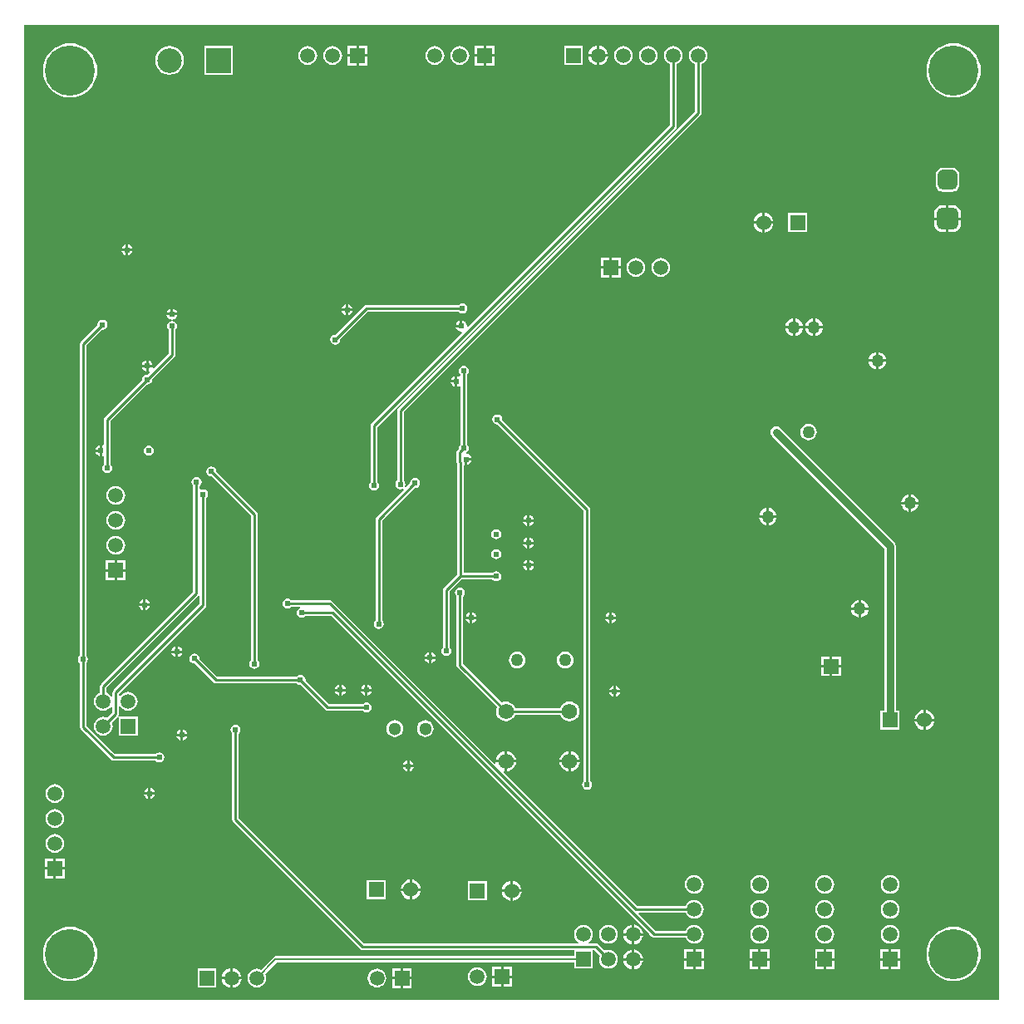
<source format=gbl>
G04*
G04 #@! TF.GenerationSoftware,Altium Limited,Altium Designer,18.1.9 (240)*
G04*
G04 Layer_Physical_Order=2*
G04 Layer_Color=16711680*
%FSLAX25Y25*%
%MOIN*%
G70*
G01*
G75*
%ADD15C,0.01000*%
%ADD16C,0.00800*%
%ADD69C,0.03000*%
%ADD73R,0.05906X0.05906*%
%ADD74C,0.05906*%
%ADD75R,0.05906X0.05906*%
%ADD76C,0.06000*%
%ADD77R,0.06000X0.06000*%
%ADD78C,0.05118*%
%ADD79C,0.06200*%
%ADD80C,0.05000*%
%ADD81R,0.09843X0.09843*%
%ADD82C,0.09843*%
G04:AMPARAMS|DCode=83|XSize=86.61mil|YSize=86.61mil|CornerRadius=21.65mil|HoleSize=0mil|Usage=FLASHONLY|Rotation=90.000|XOffset=0mil|YOffset=0mil|HoleType=Round|Shape=RoundedRectangle|*
%AMROUNDEDRECTD83*
21,1,0.08661,0.04331,0,0,90.0*
21,1,0.04331,0.08661,0,0,90.0*
1,1,0.04331,0.02165,0.02165*
1,1,0.04331,0.02165,-0.02165*
1,1,0.04331,-0.02165,-0.02165*
1,1,0.04331,-0.02165,0.02165*
%
%ADD83ROUNDEDRECTD83*%
G04:AMPARAMS|DCode=84|XSize=78.74mil|YSize=78.74mil|CornerRadius=19.68mil|HoleSize=0mil|Usage=FLASHONLY|Rotation=90.000|XOffset=0mil|YOffset=0mil|HoleType=Round|Shape=RoundedRectangle|*
%AMROUNDEDRECTD84*
21,1,0.07874,0.03937,0,0,90.0*
21,1,0.03937,0.07874,0,0,90.0*
1,1,0.03937,0.01968,0.01968*
1,1,0.03937,0.01968,-0.01968*
1,1,0.03937,-0.01968,-0.01968*
1,1,0.03937,-0.01968,0.01968*
%
%ADD84ROUNDEDRECTD84*%
%ADD85C,0.02400*%
%ADD86C,0.20079*%
G36*
X392375Y1326D02*
X1326D01*
Y392375D01*
X392375D01*
Y1326D01*
D02*
G37*
%LPC*%
G36*
X138953Y383953D02*
X135500D01*
Y380500D01*
X138953D01*
Y383953D01*
D02*
G37*
G36*
X189953D02*
X186500D01*
Y380500D01*
X189953D01*
Y383953D01*
D02*
G37*
G36*
X232000Y383921D02*
Y380500D01*
X235421D01*
X235351Y381032D01*
X234953Y381993D01*
X234319Y382819D01*
X233493Y383453D01*
X232532Y383851D01*
X232000Y383921D01*
D02*
G37*
G36*
X231000D02*
X230468Y383851D01*
X229507Y383453D01*
X228681Y382819D01*
X228047Y381993D01*
X227649Y381032D01*
X227579Y380500D01*
X231000D01*
Y383921D01*
D02*
G37*
G36*
X185500Y383953D02*
X182047D01*
Y380500D01*
X185500D01*
Y383953D01*
D02*
G37*
G36*
X134500D02*
X131047D01*
Y380500D01*
X134500D01*
Y383953D01*
D02*
G37*
G36*
X225253Y383753D02*
X217747D01*
Y376247D01*
X225253D01*
Y383753D01*
D02*
G37*
G36*
X251500Y383785D02*
X250520Y383656D01*
X249607Y383278D01*
X248823Y382677D01*
X248222Y381893D01*
X247844Y380980D01*
X247715Y380000D01*
X247844Y379020D01*
X248222Y378107D01*
X248823Y377324D01*
X249607Y376722D01*
X250520Y376344D01*
X251500Y376215D01*
X252480Y376344D01*
X253393Y376722D01*
X254176Y377324D01*
X254778Y378107D01*
X255156Y379020D01*
X255285Y380000D01*
X255156Y380980D01*
X254778Y381893D01*
X254176Y382677D01*
X253393Y383278D01*
X252480Y383656D01*
X251500Y383785D01*
D02*
G37*
G36*
X241500D02*
X240520Y383656D01*
X239607Y383278D01*
X238824Y382677D01*
X238222Y381893D01*
X237844Y380980D01*
X237715Y380000D01*
X237844Y379020D01*
X238222Y378107D01*
X238824Y377324D01*
X239607Y376722D01*
X240520Y376344D01*
X241500Y376215D01*
X242480Y376344D01*
X243393Y376722D01*
X244177Y377324D01*
X244778Y378107D01*
X245156Y379020D01*
X245285Y380000D01*
X245156Y380980D01*
X244778Y381893D01*
X244177Y382677D01*
X243393Y383278D01*
X242480Y383656D01*
X241500Y383785D01*
D02*
G37*
G36*
X176000D02*
X175020Y383656D01*
X174107Y383278D01*
X173324Y382677D01*
X172722Y381893D01*
X172344Y380980D01*
X172215Y380000D01*
X172344Y379020D01*
X172722Y378107D01*
X173324Y377324D01*
X174107Y376722D01*
X175020Y376344D01*
X176000Y376215D01*
X176980Y376344D01*
X177893Y376722D01*
X178676Y377324D01*
X179278Y378107D01*
X179656Y379020D01*
X179785Y380000D01*
X179656Y380980D01*
X179278Y381893D01*
X178676Y382677D01*
X177893Y383278D01*
X176980Y383656D01*
X176000Y383785D01*
D02*
G37*
G36*
X166000D02*
X165020Y383656D01*
X164107Y383278D01*
X163323Y382677D01*
X162722Y381893D01*
X162344Y380980D01*
X162215Y380000D01*
X162344Y379020D01*
X162722Y378107D01*
X163323Y377324D01*
X164107Y376722D01*
X165020Y376344D01*
X166000Y376215D01*
X166980Y376344D01*
X167893Y376722D01*
X168676Y377324D01*
X169278Y378107D01*
X169656Y379020D01*
X169785Y380000D01*
X169656Y380980D01*
X169278Y381893D01*
X168676Y382677D01*
X167893Y383278D01*
X166980Y383656D01*
X166000Y383785D01*
D02*
G37*
G36*
X125000D02*
X124020Y383656D01*
X123107Y383278D01*
X122324Y382677D01*
X121722Y381893D01*
X121344Y380980D01*
X121215Y380000D01*
X121344Y379020D01*
X121722Y378107D01*
X122324Y377324D01*
X123107Y376722D01*
X124020Y376344D01*
X125000Y376215D01*
X125980Y376344D01*
X126893Y376722D01*
X127676Y377324D01*
X128278Y378107D01*
X128656Y379020D01*
X128785Y380000D01*
X128656Y380980D01*
X128278Y381893D01*
X127676Y382677D01*
X126893Y383278D01*
X125980Y383656D01*
X125000Y383785D01*
D02*
G37*
G36*
X115000D02*
X114020Y383656D01*
X113107Y383278D01*
X112323Y382677D01*
X111722Y381893D01*
X111344Y380980D01*
X111215Y380000D01*
X111344Y379020D01*
X111722Y378107D01*
X112323Y377324D01*
X113107Y376722D01*
X114020Y376344D01*
X115000Y376215D01*
X115980Y376344D01*
X116893Y376722D01*
X117676Y377324D01*
X118278Y378107D01*
X118656Y379020D01*
X118785Y380000D01*
X118656Y380980D01*
X118278Y381893D01*
X117676Y382677D01*
X116893Y383278D01*
X115980Y383656D01*
X115000Y383785D01*
D02*
G37*
G36*
X235421Y379500D02*
X232000D01*
Y376079D01*
X232532Y376149D01*
X233493Y376547D01*
X234319Y377181D01*
X234953Y378007D01*
X235351Y378968D01*
X235421Y379500D01*
D02*
G37*
G36*
X231000D02*
X227579D01*
X227649Y378968D01*
X228047Y378007D01*
X228681Y377181D01*
X229507Y376547D01*
X230468Y376149D01*
X231000Y376079D01*
Y379500D01*
D02*
G37*
G36*
X189953D02*
X186500D01*
Y376047D01*
X189953D01*
Y379500D01*
D02*
G37*
G36*
X185500D02*
X182047D01*
Y376047D01*
X185500D01*
Y379500D01*
D02*
G37*
G36*
X138953D02*
X135500D01*
Y376047D01*
X138953D01*
Y379500D01*
D02*
G37*
G36*
X134500D02*
X131047D01*
Y376047D01*
X134500D01*
Y379500D01*
D02*
G37*
G36*
X84906Y383721D02*
X73464D01*
Y372279D01*
X84906D01*
Y383721D01*
D02*
G37*
G36*
X59500Y383771D02*
X58006Y383574D01*
X56615Y382997D01*
X55420Y382081D01*
X54502Y380885D01*
X53926Y379494D01*
X53729Y378000D01*
X53926Y376506D01*
X54502Y375115D01*
X55420Y373920D01*
X56615Y373003D01*
X58006Y372426D01*
X59500Y372229D01*
X60994Y372426D01*
X62385Y373003D01*
X63580Y373920D01*
X64498Y375115D01*
X65074Y376506D01*
X65271Y378000D01*
X65074Y379494D01*
X64498Y380885D01*
X63580Y382081D01*
X62385Y382997D01*
X60994Y383574D01*
X59500Y383771D01*
D02*
G37*
G36*
X374016Y384889D02*
X372315Y384755D01*
X370656Y384356D01*
X369080Y383704D01*
X367625Y382812D01*
X366328Y381704D01*
X365219Y380407D01*
X364328Y378952D01*
X363675Y377376D01*
X363277Y375717D01*
X363143Y374016D01*
X363277Y372315D01*
X363675Y370656D01*
X364328Y369080D01*
X365219Y367625D01*
X366328Y366328D01*
X367625Y365219D01*
X369080Y364328D01*
X370656Y363675D01*
X372315Y363277D01*
X374016Y363143D01*
X375717Y363277D01*
X377376Y363675D01*
X378952Y364328D01*
X380407Y365219D01*
X381704Y366328D01*
X382812Y367625D01*
X383704Y369080D01*
X384356Y370656D01*
X384755Y372315D01*
X384889Y374016D01*
X384755Y375717D01*
X384356Y377376D01*
X383704Y378952D01*
X382812Y380407D01*
X381704Y381704D01*
X380407Y382812D01*
X378952Y383704D01*
X377376Y384356D01*
X375717Y384755D01*
X374016Y384889D01*
D02*
G37*
G36*
X19685D02*
X17984Y384755D01*
X16325Y384356D01*
X14749Y383704D01*
X13294Y382812D01*
X11997Y381704D01*
X10889Y380407D01*
X9997Y378952D01*
X9344Y377376D01*
X8946Y375717D01*
X8812Y374016D01*
X8946Y372315D01*
X9344Y370656D01*
X9997Y369080D01*
X10889Y367625D01*
X11997Y366328D01*
X13294Y365219D01*
X14749Y364328D01*
X16325Y363675D01*
X17984Y363277D01*
X19685Y363143D01*
X21386Y363277D01*
X23045Y363675D01*
X24621Y364328D01*
X26076Y365219D01*
X27373Y366328D01*
X28481Y367625D01*
X29373Y369080D01*
X30026Y370656D01*
X30424Y372315D01*
X30558Y374016D01*
X30424Y375717D01*
X30026Y377376D01*
X29373Y378952D01*
X28481Y380407D01*
X27373Y381704D01*
X26076Y382812D01*
X24621Y383704D01*
X23045Y384356D01*
X21386Y384755D01*
X19685Y384889D01*
D02*
G37*
G36*
X373468Y334851D02*
X369531D01*
X368809Y334756D01*
X368135Y334477D01*
X367557Y334034D01*
X367113Y333455D01*
X366834Y332782D01*
X366739Y332059D01*
Y328122D01*
X366834Y327399D01*
X367113Y326726D01*
X367557Y326148D01*
X368135Y325704D01*
X368809Y325425D01*
X369531Y325330D01*
X373468D01*
X374191Y325425D01*
X374865Y325704D01*
X375443Y326148D01*
X375887Y326726D01*
X376166Y327399D01*
X376261Y328122D01*
Y332059D01*
X376166Y332782D01*
X375887Y333455D01*
X375443Y334034D01*
X374865Y334477D01*
X374191Y334756D01*
X373468Y334851D01*
D02*
G37*
G36*
X373665Y319858D02*
X372000D01*
Y315000D01*
X376858D01*
Y316665D01*
X376749Y317492D01*
X376430Y318262D01*
X375923Y318923D01*
X375262Y319430D01*
X374492Y319749D01*
X373665Y319858D01*
D02*
G37*
G36*
X371000D02*
X369335D01*
X368508Y319749D01*
X367738Y319430D01*
X367077Y318923D01*
X366570Y318262D01*
X366251Y317492D01*
X366142Y316665D01*
Y315000D01*
X371000D01*
Y319858D01*
D02*
G37*
G36*
X298220Y316969D02*
Y313500D01*
X301689D01*
X301618Y314044D01*
X301215Y315017D01*
X300573Y315853D01*
X299738Y316494D01*
X298765Y316897D01*
X298220Y316969D01*
D02*
G37*
G36*
X297220D02*
X296676Y316897D01*
X295703Y316494D01*
X294868Y315853D01*
X294227Y315017D01*
X293823Y314044D01*
X293752Y313500D01*
X297220D01*
Y316969D01*
D02*
G37*
G36*
X315300Y316800D02*
X307700D01*
Y309200D01*
X315300D01*
Y316800D01*
D02*
G37*
G36*
X376858Y314000D02*
X372000D01*
Y309142D01*
X373665D01*
X374492Y309251D01*
X375262Y309570D01*
X375923Y310077D01*
X376430Y310738D01*
X376749Y311508D01*
X376858Y312335D01*
Y314000D01*
D02*
G37*
G36*
X371000D02*
X366142D01*
Y312335D01*
X366251Y311508D01*
X366570Y310738D01*
X367077Y310077D01*
X367738Y309570D01*
X368508Y309251D01*
X369335Y309142D01*
X371000D01*
Y314000D01*
D02*
G37*
G36*
X301689Y312500D02*
X298220D01*
Y309031D01*
X298765Y309103D01*
X299738Y309506D01*
X300573Y310147D01*
X301215Y310983D01*
X301618Y311956D01*
X301689Y312500D01*
D02*
G37*
G36*
X297220D02*
X293752D01*
X293823Y311956D01*
X294227Y310983D01*
X294868Y310147D01*
X295703Y309506D01*
X296676Y309103D01*
X297220Y309031D01*
Y312500D01*
D02*
G37*
G36*
X43000Y304144D02*
Y302500D01*
X44644D01*
X44572Y302858D01*
X44086Y303586D01*
X43358Y304072D01*
X43000Y304144D01*
D02*
G37*
G36*
X42000D02*
X41642Y304072D01*
X40914Y303586D01*
X40428Y302858D01*
X40356Y302500D01*
X42000D01*
Y304144D01*
D02*
G37*
G36*
X44644Y301500D02*
X43000D01*
Y299856D01*
X43358Y299928D01*
X44086Y300414D01*
X44572Y301142D01*
X44644Y301500D01*
D02*
G37*
G36*
X42000D02*
X40356D01*
X40428Y301142D01*
X40914Y300414D01*
X41642Y299928D01*
X42000Y299856D01*
Y301500D01*
D02*
G37*
G36*
X240453Y298953D02*
X237000D01*
Y295500D01*
X240453D01*
Y298953D01*
D02*
G37*
G36*
X236000D02*
X232547D01*
Y295500D01*
X236000D01*
Y298953D01*
D02*
G37*
G36*
X256500Y298785D02*
X255520Y298656D01*
X254607Y298278D01*
X253823Y297676D01*
X253222Y296893D01*
X252844Y295980D01*
X252715Y295000D01*
X252844Y294020D01*
X253222Y293107D01*
X253823Y292323D01*
X254607Y291722D01*
X255520Y291344D01*
X256500Y291215D01*
X257480Y291344D01*
X258393Y291722D01*
X259176Y292323D01*
X259778Y293107D01*
X260156Y294020D01*
X260285Y295000D01*
X260156Y295980D01*
X259778Y296893D01*
X259176Y297676D01*
X258393Y298278D01*
X257480Y298656D01*
X256500Y298785D01*
D02*
G37*
G36*
X246500D02*
X245520Y298656D01*
X244607Y298278D01*
X243824Y297676D01*
X243222Y296893D01*
X242844Y295980D01*
X242715Y295000D01*
X242844Y294020D01*
X243222Y293107D01*
X243824Y292323D01*
X244607Y291722D01*
X245520Y291344D01*
X246500Y291215D01*
X247480Y291344D01*
X248393Y291722D01*
X249177Y292323D01*
X249778Y293107D01*
X250156Y294020D01*
X250285Y295000D01*
X250156Y295980D01*
X249778Y296893D01*
X249177Y297676D01*
X248393Y298278D01*
X247480Y298656D01*
X246500Y298785D01*
D02*
G37*
G36*
X240453Y294500D02*
X237000D01*
Y291047D01*
X240453D01*
Y294500D01*
D02*
G37*
G36*
X236000D02*
X232547D01*
Y291047D01*
X236000D01*
Y294500D01*
D02*
G37*
G36*
X131250Y280148D02*
Y278504D01*
X132894D01*
X132822Y278862D01*
X132336Y279590D01*
X131608Y280076D01*
X131250Y280148D01*
D02*
G37*
G36*
X130250D02*
X129892Y280076D01*
X129164Y279590D01*
X128678Y278862D01*
X128606Y278504D01*
X130250D01*
Y280148D01*
D02*
G37*
G36*
X61000Y278385D02*
Y276742D01*
X62644D01*
X62572Y277100D01*
X62086Y277828D01*
X61358Y278314D01*
X61000Y278385D01*
D02*
G37*
G36*
X60000D02*
X59642Y278314D01*
X58914Y277828D01*
X58428Y277100D01*
X58356Y276742D01*
X60000D01*
Y278385D01*
D02*
G37*
G36*
X176996Y280543D02*
X176216Y280388D01*
X175554Y279946D01*
X175476Y279829D01*
X138504D01*
X137997Y279729D01*
X137567Y279441D01*
X126137Y268012D01*
X126000Y268039D01*
X125220Y267884D01*
X124558Y267442D01*
X124116Y266780D01*
X123961Y266000D01*
X124116Y265220D01*
X124558Y264558D01*
X125220Y264116D01*
X126000Y263961D01*
X126780Y264116D01*
X127442Y264558D01*
X127884Y265220D01*
X128039Y266000D01*
X128012Y266137D01*
X139053Y277179D01*
X175476D01*
X175554Y277062D01*
X176216Y276620D01*
X176996Y276465D01*
X177776Y276620D01*
X178438Y277062D01*
X178880Y277724D01*
X179035Y278504D01*
X178880Y279284D01*
X178438Y279946D01*
X177776Y280388D01*
X176996Y280543D01*
D02*
G37*
G36*
X132894Y277504D02*
X131250D01*
Y275860D01*
X131608Y275932D01*
X132336Y276418D01*
X132822Y277146D01*
X132894Y277504D01*
D02*
G37*
G36*
X130250D02*
X128606D01*
X128678Y277146D01*
X129164Y276418D01*
X129892Y275932D01*
X130250Y275860D01*
Y277504D01*
D02*
G37*
G36*
X176000Y273640D02*
X175642Y273568D01*
X174914Y273082D01*
X174428Y272355D01*
X174356Y271996D01*
X176000D01*
Y273640D01*
D02*
G37*
G36*
X318500Y274464D02*
Y271500D01*
X321464D01*
X321410Y271914D01*
X321057Y272765D01*
X320496Y273496D01*
X319765Y274057D01*
X318914Y274410D01*
X318500Y274464D01*
D02*
G37*
G36*
X317500D02*
X317086Y274410D01*
X316235Y274057D01*
X315504Y273496D01*
X314943Y272765D01*
X314590Y271914D01*
X314536Y271500D01*
X317500D01*
Y274464D01*
D02*
G37*
G36*
X310500D02*
Y271500D01*
X313464D01*
X313410Y271914D01*
X313057Y272765D01*
X312496Y273496D01*
X311765Y274057D01*
X310914Y274410D01*
X310500Y274464D01*
D02*
G37*
G36*
X309500D02*
X309086Y274410D01*
X308235Y274057D01*
X307504Y273496D01*
X306943Y272765D01*
X306590Y271914D01*
X306536Y271500D01*
X309500D01*
Y274464D01*
D02*
G37*
G36*
X261500Y383785D02*
X260520Y383656D01*
X259607Y383278D01*
X258823Y382677D01*
X258222Y381893D01*
X257844Y380980D01*
X257715Y380000D01*
X257844Y379020D01*
X258222Y378107D01*
X258823Y377324D01*
X259607Y376722D01*
X260174Y376487D01*
Y352053D01*
X179162Y271041D01*
X178701Y271287D01*
X178743Y271496D01*
X178572Y272355D01*
X178086Y273082D01*
X177358Y273568D01*
X177000Y273640D01*
Y271496D01*
X176500D01*
Y270996D01*
X174356D01*
X174428Y270638D01*
X174914Y269910D01*
X175642Y269424D01*
X176500Y269253D01*
X176709Y269295D01*
X176955Y268834D01*
X140563Y232441D01*
X140275Y232011D01*
X140174Y231504D01*
Y209020D01*
X140058Y208942D01*
X139616Y208280D01*
X139461Y207500D01*
X139616Y206720D01*
X140058Y206058D01*
X140720Y205616D01*
X141500Y205461D01*
X142280Y205616D01*
X142942Y206058D01*
X143384Y206720D01*
X143539Y207500D01*
X143384Y208280D01*
X142942Y208942D01*
X142825Y209020D01*
Y230955D01*
X262437Y350567D01*
X262725Y350997D01*
X262825Y351504D01*
Y376487D01*
X263393Y376722D01*
X264177Y377324D01*
X264778Y378107D01*
X265156Y379020D01*
X265285Y380000D01*
X265156Y380980D01*
X264778Y381893D01*
X264177Y382677D01*
X263393Y383278D01*
X262480Y383656D01*
X261500Y383785D01*
D02*
G37*
G36*
X32653Y274039D02*
X31873Y273884D01*
X31212Y273442D01*
X30770Y272780D01*
X30614Y272000D01*
X30642Y271863D01*
X24006Y265227D01*
X23719Y264797D01*
X23618Y264290D01*
Y139405D01*
X23326Y139210D01*
X22884Y138548D01*
X22728Y137768D01*
X22884Y136987D01*
X23326Y136326D01*
X23618Y136131D01*
Y110557D01*
X23719Y110050D01*
X24006Y109620D01*
X36112Y97514D01*
X36542Y97226D01*
X37049Y97125D01*
X53931D01*
X54009Y97009D01*
X54670Y96567D01*
X55451Y96412D01*
X56231Y96567D01*
X56893Y97009D01*
X57335Y97670D01*
X57490Y98451D01*
X57335Y99231D01*
X56893Y99893D01*
X56231Y100335D01*
X55451Y100490D01*
X54670Y100335D01*
X54009Y99893D01*
X53931Y99776D01*
X37598D01*
X26269Y111106D01*
Y136414D01*
X26652Y136987D01*
X26807Y137768D01*
X26652Y138548D01*
X26269Y139121D01*
Y263741D01*
X32516Y269988D01*
X32653Y269961D01*
X33434Y270116D01*
X34095Y270558D01*
X34537Y271220D01*
X34693Y272000D01*
X34537Y272780D01*
X34095Y273442D01*
X33434Y273884D01*
X32653Y274039D01*
D02*
G37*
G36*
X321464Y270500D02*
X318500D01*
Y267536D01*
X318914Y267590D01*
X319765Y267943D01*
X320496Y268504D01*
X321057Y269235D01*
X321410Y270086D01*
X321464Y270500D01*
D02*
G37*
G36*
X317500D02*
X314536D01*
X314590Y270086D01*
X314943Y269235D01*
X315504Y268504D01*
X316235Y267943D01*
X317086Y267590D01*
X317500Y267536D01*
Y270500D01*
D02*
G37*
G36*
X313464D02*
X310500D01*
Y267536D01*
X310914Y267590D01*
X311765Y267943D01*
X312496Y268504D01*
X313057Y269235D01*
X313410Y270086D01*
X313464Y270500D01*
D02*
G37*
G36*
X309500D02*
X306536D01*
X306590Y270086D01*
X306943Y269235D01*
X307504Y268504D01*
X308235Y267943D01*
X309086Y267590D01*
X309500Y267536D01*
Y270500D01*
D02*
G37*
G36*
X343886Y261079D02*
Y258114D01*
X346850D01*
X346796Y258528D01*
X346443Y259379D01*
X345882Y260110D01*
X345151Y260671D01*
X344300Y261024D01*
X343886Y261079D01*
D02*
G37*
G36*
X342886D02*
X342472Y261024D01*
X341621Y260671D01*
X340890Y260110D01*
X340329Y259379D01*
X339976Y258528D01*
X339921Y258114D01*
X342886D01*
Y261079D01*
D02*
G37*
G36*
X51127Y257636D02*
Y255992D01*
X52771D01*
X52699Y256351D01*
X52213Y257078D01*
X51485Y257565D01*
X51127Y257636D01*
D02*
G37*
G36*
X50127D02*
X49768Y257565D01*
X49041Y257078D01*
X48555Y256351D01*
X48483Y255992D01*
X50127D01*
Y257636D01*
D02*
G37*
G36*
X62644Y275742D02*
X58356D01*
X58428Y275383D01*
X58914Y274656D01*
X59642Y274169D01*
X60137Y274071D01*
X60383Y274022D01*
Y273512D01*
X60137Y273463D01*
X59720Y273380D01*
X59058Y272938D01*
X58616Y272276D01*
X58461Y271496D01*
X58616Y270716D01*
X59058Y270054D01*
X59175Y269976D01*
Y260549D01*
X53197Y254571D01*
X52736Y254817D01*
X52771Y254992D01*
X51127D01*
Y253349D01*
X51302Y253383D01*
X51548Y252923D01*
X50637Y252012D01*
X50500Y252039D01*
X49720Y251884D01*
X49058Y251442D01*
X48616Y250780D01*
X48461Y250000D01*
X48488Y249863D01*
X33563Y234937D01*
X33275Y234507D01*
X33174Y234000D01*
Y223925D01*
X32675Y223617D01*
X32500Y223652D01*
Y221508D01*
Y219364D01*
X32675Y219399D01*
X33174Y219091D01*
Y216020D01*
X33058Y215942D01*
X32616Y215280D01*
X32461Y214500D01*
X32616Y213720D01*
X33058Y213058D01*
X33720Y212616D01*
X34500Y212461D01*
X35280Y212616D01*
X35942Y213058D01*
X36384Y213720D01*
X36539Y214500D01*
X36384Y215280D01*
X35942Y215942D01*
X35825Y216020D01*
Y233451D01*
X50363Y247988D01*
X50500Y247961D01*
X51280Y248116D01*
X51942Y248558D01*
X52384Y249220D01*
X52539Y250000D01*
X52512Y250137D01*
X61437Y259063D01*
X61725Y259493D01*
X61826Y260000D01*
Y269976D01*
X61942Y270054D01*
X62384Y270716D01*
X62539Y271496D01*
X62384Y272276D01*
X61942Y272938D01*
X61280Y273380D01*
X60863Y273463D01*
X60616Y273512D01*
Y274022D01*
X60863Y274071D01*
X61358Y274169D01*
X62086Y274656D01*
X62572Y275383D01*
X62644Y275742D01*
D02*
G37*
G36*
X346850Y257114D02*
X343886D01*
Y254150D01*
X344300Y254204D01*
X345151Y254557D01*
X345882Y255118D01*
X346443Y255849D01*
X346796Y256700D01*
X346850Y257114D01*
D02*
G37*
G36*
X342886D02*
X339921D01*
X339976Y256700D01*
X340329Y255849D01*
X340890Y255118D01*
X341621Y254557D01*
X342472Y254204D01*
X342886Y254150D01*
Y257114D01*
D02*
G37*
G36*
X50127Y254992D02*
X48483D01*
X48555Y254634D01*
X49041Y253906D01*
X49768Y253420D01*
X50127Y253349D01*
Y254992D01*
D02*
G37*
G36*
X177500Y255539D02*
X176720Y255384D01*
X176058Y254942D01*
X175616Y254280D01*
X175461Y253500D01*
X175616Y252720D01*
X176058Y252058D01*
X176174Y251980D01*
Y251435D01*
X175674Y251167D01*
X175358Y251379D01*
X175000Y251450D01*
Y249306D01*
Y247163D01*
X175358Y247234D01*
X175674Y247445D01*
X176174Y247178D01*
Y223992D01*
X176100Y223942D01*
X175658Y223280D01*
X175503Y222500D01*
X175530Y222363D01*
X175063Y221895D01*
X174775Y221465D01*
X174674Y220958D01*
Y216965D01*
X174775Y216457D01*
X174781Y216449D01*
Y171655D01*
X169563Y166437D01*
X169275Y166007D01*
X169175Y165500D01*
Y142707D01*
X169058Y142629D01*
X168616Y141967D01*
X168461Y141187D01*
X168616Y140407D01*
X169058Y139745D01*
X169720Y139303D01*
X170500Y139148D01*
X171280Y139303D01*
X171942Y139745D01*
X172384Y140407D01*
X172539Y141187D01*
X172384Y141967D01*
X171942Y142629D01*
X171826Y142707D01*
Y164951D01*
X176655Y169781D01*
X188980D01*
X189058Y169664D01*
X189720Y169222D01*
X190500Y169067D01*
X191280Y169222D01*
X191942Y169664D01*
X192384Y170326D01*
X192539Y171106D01*
X192384Y171887D01*
X191942Y172548D01*
X191280Y172990D01*
X190500Y173145D01*
X189720Y172990D01*
X189058Y172548D01*
X188980Y172432D01*
X177432D01*
Y215512D01*
X177932Y215870D01*
X178000Y215856D01*
Y218000D01*
X178500D01*
Y218500D01*
X180644D01*
X180572Y218858D01*
X180086Y219586D01*
X179358Y220072D01*
X178627Y220218D01*
X178480Y220636D01*
X178476Y220719D01*
X178984Y221058D01*
X179426Y221720D01*
X179581Y222500D01*
X179426Y223280D01*
X178984Y223942D01*
X178825Y224048D01*
Y251980D01*
X178942Y252058D01*
X179384Y252720D01*
X179539Y253500D01*
X179384Y254280D01*
X178942Y254942D01*
X178280Y255384D01*
X177500Y255539D01*
D02*
G37*
G36*
X174000Y251450D02*
X173642Y251379D01*
X172914Y250892D01*
X172428Y250165D01*
X172356Y249806D01*
X174000D01*
Y251450D01*
D02*
G37*
G36*
Y248806D02*
X172356D01*
X172428Y248448D01*
X172914Y247720D01*
X173642Y247234D01*
X174000Y247163D01*
Y248806D01*
D02*
G37*
G36*
X315807Y232329D02*
X314946Y232215D01*
X314143Y231883D01*
X313454Y231354D01*
X312925Y230664D01*
X312592Y229861D01*
X312479Y229000D01*
X312592Y228138D01*
X312925Y227336D01*
X313454Y226646D01*
X314143Y226117D01*
X314946Y225785D01*
X315807Y225672D01*
X316669Y225785D01*
X317471Y226117D01*
X318161Y226646D01*
X318690Y227336D01*
X319022Y228138D01*
X319136Y229000D01*
X319022Y229861D01*
X318690Y230664D01*
X318161Y231354D01*
X317471Y231883D01*
X316669Y232215D01*
X315807Y232329D01*
D02*
G37*
G36*
X31500Y223652D02*
X31142Y223580D01*
X30414Y223094D01*
X29928Y222366D01*
X29856Y222008D01*
X31500D01*
Y223652D01*
D02*
G37*
G36*
X51213Y223539D02*
X50432Y223384D01*
X49771Y222942D01*
X49329Y222280D01*
X49173Y221500D01*
X49329Y220720D01*
X49771Y220058D01*
X50432Y219616D01*
X51213Y219461D01*
X51993Y219616D01*
X52654Y220058D01*
X53096Y220720D01*
X53252Y221500D01*
X53096Y222280D01*
X52654Y222942D01*
X51993Y223384D01*
X51213Y223539D01*
D02*
G37*
G36*
X31500Y221008D02*
X29856D01*
X29928Y220650D01*
X30414Y219922D01*
X31142Y219436D01*
X31500Y219364D01*
Y221008D01*
D02*
G37*
G36*
X180644Y217500D02*
X179000D01*
Y215856D01*
X179358Y215928D01*
X180086Y216414D01*
X180572Y217142D01*
X180644Y217500D01*
D02*
G37*
G36*
X271500Y383785D02*
X270520Y383656D01*
X269607Y383278D01*
X268824Y382677D01*
X268222Y381893D01*
X267844Y380980D01*
X267715Y380000D01*
X267844Y379020D01*
X268222Y378107D01*
X268824Y377324D01*
X269607Y376722D01*
X270175Y376487D01*
Y357549D01*
X266813Y354187D01*
X151184Y238558D01*
X150896Y238128D01*
X150795Y237621D01*
Y209520D01*
X150679Y209442D01*
X150237Y208780D01*
X150082Y208000D01*
X150237Y207220D01*
X150679Y206558D01*
X151340Y206116D01*
X152121Y205961D01*
X152901Y206116D01*
X153225Y206332D01*
X153544Y205944D01*
X142555Y194955D01*
X142268Y194525D01*
X142167Y194018D01*
Y153520D01*
X142050Y153442D01*
X141608Y152780D01*
X141453Y152000D01*
X141608Y151220D01*
X142050Y150558D01*
X142712Y150116D01*
X143492Y149961D01*
X144272Y150116D01*
X144934Y150558D01*
X145376Y151220D01*
X145531Y152000D01*
X145376Y152780D01*
X144934Y153442D01*
X144818Y153520D01*
Y193469D01*
X157863Y206514D01*
X158000Y206487D01*
X158780Y206642D01*
X159442Y207084D01*
X159884Y207745D01*
X160039Y208526D01*
X159884Y209306D01*
X159442Y209968D01*
X158780Y210410D01*
X158000Y210565D01*
X157220Y210410D01*
X156558Y209968D01*
X156116Y209306D01*
X155961Y208526D01*
X155988Y208388D01*
X154177Y206577D01*
X153788Y206896D01*
X154005Y207220D01*
X154160Y208000D01*
X154005Y208780D01*
X153563Y209442D01*
X153446Y209520D01*
Y237072D01*
X268687Y352313D01*
X272437Y356063D01*
X272725Y356493D01*
X272826Y357000D01*
Y376487D01*
X273393Y376722D01*
X274177Y377324D01*
X274778Y378107D01*
X275156Y379020D01*
X275285Y380000D01*
X275156Y380980D01*
X274778Y381893D01*
X274177Y382677D01*
X273393Y383278D01*
X272480Y383656D01*
X271500Y383785D01*
D02*
G37*
G36*
X357000Y203964D02*
Y201000D01*
X359964D01*
X359910Y201414D01*
X359557Y202265D01*
X358996Y202996D01*
X358265Y203557D01*
X357414Y203910D01*
X357000Y203964D01*
D02*
G37*
G36*
X356000D02*
X355586Y203910D01*
X354735Y203557D01*
X354004Y202996D01*
X353443Y202265D01*
X353090Y201414D01*
X353036Y201000D01*
X356000D01*
Y203964D01*
D02*
G37*
G36*
X38000Y207285D02*
X37020Y207156D01*
X36107Y206778D01*
X35324Y206176D01*
X34722Y205393D01*
X34344Y204480D01*
X34215Y203500D01*
X34344Y202520D01*
X34722Y201607D01*
X35324Y200823D01*
X36107Y200222D01*
X37020Y199844D01*
X38000Y199715D01*
X38980Y199844D01*
X39893Y200222D01*
X40677Y200823D01*
X41278Y201607D01*
X41656Y202520D01*
X41785Y203500D01*
X41656Y204480D01*
X41278Y205393D01*
X40677Y206176D01*
X39893Y206778D01*
X38980Y207156D01*
X38000Y207285D01*
D02*
G37*
G36*
X359964Y200000D02*
X357000D01*
Y197036D01*
X357414Y197090D01*
X358265Y197443D01*
X358996Y198004D01*
X359557Y198735D01*
X359910Y199586D01*
X359964Y200000D01*
D02*
G37*
G36*
X356000D02*
X353036D01*
X353090Y199586D01*
X353443Y198735D01*
X354004Y198004D01*
X354735Y197443D01*
X355586Y197090D01*
X356000Y197036D01*
Y200000D01*
D02*
G37*
G36*
X300000Y198490D02*
Y195526D01*
X302964D01*
X302910Y195939D01*
X302557Y196791D01*
X301996Y197522D01*
X301265Y198083D01*
X300414Y198436D01*
X300000Y198490D01*
D02*
G37*
G36*
X299000D02*
X298586Y198436D01*
X297735Y198083D01*
X297004Y197522D01*
X296443Y196791D01*
X296090Y195939D01*
X296036Y195526D01*
X299000D01*
Y198490D01*
D02*
G37*
G36*
X204000Y195644D02*
Y194000D01*
X205644D01*
X205572Y194358D01*
X205086Y195086D01*
X204358Y195572D01*
X204000Y195644D01*
D02*
G37*
G36*
X203000D02*
X202642Y195572D01*
X201914Y195086D01*
X201428Y194358D01*
X201356Y194000D01*
X203000D01*
Y195644D01*
D02*
G37*
G36*
X302964Y194526D02*
X300000D01*
Y191561D01*
X300414Y191616D01*
X301265Y191968D01*
X301996Y192529D01*
X302557Y193261D01*
X302910Y194112D01*
X302964Y194526D01*
D02*
G37*
G36*
X299000D02*
X296036D01*
X296090Y194112D01*
X296443Y193261D01*
X297004Y192529D01*
X297735Y191968D01*
X298586Y191616D01*
X299000Y191561D01*
Y194526D01*
D02*
G37*
G36*
X205644Y193000D02*
X204000D01*
Y191356D01*
X204358Y191428D01*
X205086Y191914D01*
X205572Y192642D01*
X205644Y193000D01*
D02*
G37*
G36*
X203000D02*
X201356D01*
X201428Y192642D01*
X201914Y191914D01*
X202642Y191428D01*
X203000Y191356D01*
Y193000D01*
D02*
G37*
G36*
X38000Y197285D02*
X37020Y197156D01*
X36107Y196778D01*
X35324Y196177D01*
X34722Y195393D01*
X34344Y194480D01*
X34215Y193500D01*
X34344Y192520D01*
X34722Y191607D01*
X35324Y190823D01*
X36107Y190222D01*
X37020Y189844D01*
X38000Y189715D01*
X38980Y189844D01*
X39893Y190222D01*
X40677Y190823D01*
X41278Y191607D01*
X41656Y192520D01*
X41785Y193500D01*
X41656Y194480D01*
X41278Y195393D01*
X40677Y196177D01*
X39893Y196778D01*
X38980Y197156D01*
X38000Y197285D01*
D02*
G37*
G36*
X190500Y190039D02*
X189720Y189884D01*
X189058Y189442D01*
X188616Y188780D01*
X188461Y188000D01*
X188616Y187220D01*
X189058Y186558D01*
X189720Y186116D01*
X190500Y185961D01*
X191280Y186116D01*
X191942Y186558D01*
X192384Y187220D01*
X192539Y188000D01*
X192384Y188780D01*
X191942Y189442D01*
X191280Y189884D01*
X190500Y190039D01*
D02*
G37*
G36*
X204000Y186644D02*
Y185000D01*
X205644D01*
X205572Y185358D01*
X205086Y186086D01*
X204358Y186572D01*
X204000Y186644D01*
D02*
G37*
G36*
X203000D02*
X202642Y186572D01*
X201914Y186086D01*
X201428Y185358D01*
X201356Y185000D01*
X203000D01*
Y186644D01*
D02*
G37*
G36*
X205644Y184000D02*
X204000D01*
Y182356D01*
X204358Y182428D01*
X205086Y182914D01*
X205572Y183642D01*
X205644Y184000D01*
D02*
G37*
G36*
X203000D02*
X201356D01*
X201428Y183642D01*
X201914Y182914D01*
X202642Y182428D01*
X203000Y182356D01*
Y184000D01*
D02*
G37*
G36*
X38000Y187285D02*
X37020Y187156D01*
X36107Y186778D01*
X35324Y186177D01*
X34722Y185393D01*
X34344Y184480D01*
X34215Y183500D01*
X34344Y182520D01*
X34722Y181607D01*
X35324Y180824D01*
X36107Y180222D01*
X37020Y179844D01*
X38000Y179715D01*
X38980Y179844D01*
X39893Y180222D01*
X40677Y180824D01*
X41278Y181607D01*
X41656Y182520D01*
X41785Y183500D01*
X41656Y184480D01*
X41278Y185393D01*
X40677Y186177D01*
X39893Y186778D01*
X38980Y187156D01*
X38000Y187285D01*
D02*
G37*
G36*
X190500Y182039D02*
X189720Y181884D01*
X189058Y181442D01*
X188616Y180780D01*
X188461Y180000D01*
X188616Y179220D01*
X189058Y178558D01*
X189720Y178116D01*
X190500Y177961D01*
X191280Y178116D01*
X191942Y178558D01*
X192384Y179220D01*
X192539Y180000D01*
X192384Y180780D01*
X191942Y181442D01*
X191280Y181884D01*
X190500Y182039D01*
D02*
G37*
G36*
X204004Y177701D02*
Y176057D01*
X205648D01*
X205576Y176415D01*
X205090Y177143D01*
X204362Y177629D01*
X204004Y177701D01*
D02*
G37*
G36*
X203004D02*
X202645Y177629D01*
X201918Y177143D01*
X201432Y176415D01*
X201360Y176057D01*
X203004D01*
Y177701D01*
D02*
G37*
G36*
X41953Y177453D02*
X38500D01*
Y174000D01*
X41953D01*
Y177453D01*
D02*
G37*
G36*
X37500D02*
X34047D01*
Y174000D01*
X37500D01*
Y177453D01*
D02*
G37*
G36*
X205648Y175057D02*
X204004D01*
Y173413D01*
X204362Y173485D01*
X205090Y173971D01*
X205576Y174699D01*
X205648Y175057D01*
D02*
G37*
G36*
X203004D02*
X201360D01*
X201432Y174699D01*
X201918Y173971D01*
X202645Y173485D01*
X203004Y173413D01*
Y175057D01*
D02*
G37*
G36*
X41953Y173000D02*
X38500D01*
Y169547D01*
X41953D01*
Y173000D01*
D02*
G37*
G36*
X37500D02*
X34047D01*
Y169547D01*
X37500D01*
Y173000D01*
D02*
G37*
G36*
X50000Y161837D02*
Y160194D01*
X51644D01*
X51572Y160552D01*
X51086Y161280D01*
X50358Y161766D01*
X50000Y161837D01*
D02*
G37*
G36*
X49000D02*
X48642Y161766D01*
X47914Y161280D01*
X47428Y160552D01*
X47356Y160194D01*
X49000D01*
Y161837D01*
D02*
G37*
G36*
X336868Y161596D02*
Y158632D01*
X339833D01*
X339778Y159045D01*
X339425Y159897D01*
X338864Y160628D01*
X338133Y161189D01*
X337282Y161542D01*
X336868Y161596D01*
D02*
G37*
G36*
X335868D02*
X335455Y161542D01*
X334603Y161189D01*
X333872Y160628D01*
X333311Y159897D01*
X332958Y159045D01*
X332904Y158632D01*
X335868D01*
Y161596D01*
D02*
G37*
G36*
X51644Y159194D02*
X50000D01*
Y157550D01*
X50358Y157621D01*
X51086Y158108D01*
X51572Y158835D01*
X51644Y159194D01*
D02*
G37*
G36*
X49000D02*
X47356D01*
X47428Y158835D01*
X47914Y158108D01*
X48642Y157621D01*
X49000Y157550D01*
Y159194D01*
D02*
G37*
G36*
X237000Y156644D02*
Y155000D01*
X238644D01*
X238572Y155358D01*
X238086Y156086D01*
X237358Y156572D01*
X237000Y156644D01*
D02*
G37*
G36*
X236000D02*
X235642Y156572D01*
X234914Y156086D01*
X234428Y155358D01*
X234356Y155000D01*
X236000D01*
Y156644D01*
D02*
G37*
G36*
X181000D02*
Y155000D01*
X182644D01*
X182572Y155358D01*
X182086Y156086D01*
X181358Y156572D01*
X181000Y156644D01*
D02*
G37*
G36*
X180000D02*
X179642Y156572D01*
X178914Y156086D01*
X178428Y155358D01*
X178356Y155000D01*
X180000D01*
Y156644D01*
D02*
G37*
G36*
X339833Y157632D02*
X336868D01*
Y154667D01*
X337282Y154722D01*
X338133Y155075D01*
X338864Y155635D01*
X339425Y156367D01*
X339778Y157218D01*
X339833Y157632D01*
D02*
G37*
G36*
X335868D02*
X332904D01*
X332958Y157218D01*
X333311Y156367D01*
X333872Y155635D01*
X334603Y155075D01*
X335455Y154722D01*
X335868Y154667D01*
Y157632D01*
D02*
G37*
G36*
X238644Y154000D02*
X237000D01*
Y152356D01*
X237358Y152428D01*
X238086Y152914D01*
X238572Y153642D01*
X238644Y154000D01*
D02*
G37*
G36*
X236000D02*
X234356D01*
X234428Y153642D01*
X234914Y152914D01*
X235642Y152428D01*
X236000Y152356D01*
Y154000D01*
D02*
G37*
G36*
X182644D02*
X181000D01*
Y152356D01*
X181358Y152428D01*
X182086Y152914D01*
X182572Y153642D01*
X182644Y154000D01*
D02*
G37*
G36*
X180000D02*
X178356D01*
X178428Y153642D01*
X178914Y152914D01*
X179642Y152428D01*
X180000Y152356D01*
Y154000D01*
D02*
G37*
G36*
X62996Y143004D02*
Y141360D01*
X64640D01*
X64568Y141719D01*
X64082Y142447D01*
X63354Y142933D01*
X62996Y143004D01*
D02*
G37*
G36*
X61996D02*
X61638Y142933D01*
X60910Y142447D01*
X60424Y141719D01*
X60352Y141360D01*
X61996D01*
Y143004D01*
D02*
G37*
G36*
X164500Y140644D02*
Y139000D01*
X166144D01*
X166072Y139358D01*
X165586Y140086D01*
X164858Y140572D01*
X164500Y140644D01*
D02*
G37*
G36*
X163500D02*
X163142Y140572D01*
X162414Y140086D01*
X161928Y139358D01*
X161856Y139000D01*
X163500D01*
Y140644D01*
D02*
G37*
G36*
X64640Y140360D02*
X62996D01*
Y138717D01*
X63354Y138788D01*
X64082Y139274D01*
X64568Y140002D01*
X64640Y140360D01*
D02*
G37*
G36*
X61996D02*
X60352D01*
X60424Y140002D01*
X60910Y139274D01*
X61638Y138788D01*
X61996Y138717D01*
Y140360D01*
D02*
G37*
G36*
X166144Y138000D02*
X164500D01*
Y136356D01*
X164858Y136428D01*
X165586Y136914D01*
X166072Y137642D01*
X166144Y138000D01*
D02*
G37*
G36*
X163500D02*
X161856D01*
X161928Y137642D01*
X162414Y136914D01*
X163142Y136428D01*
X163500Y136356D01*
Y138000D01*
D02*
G37*
G36*
X328764Y138957D02*
X325311D01*
Y135504D01*
X328764D01*
Y138957D01*
D02*
G37*
G36*
X324311D02*
X320858D01*
Y135504D01*
X324311D01*
Y138957D01*
D02*
G37*
G36*
X218213Y140829D02*
X217351Y140715D01*
X216548Y140383D01*
X215859Y139854D01*
X215330Y139164D01*
X214998Y138362D01*
X214884Y137500D01*
X214998Y136638D01*
X215330Y135836D01*
X215859Y135146D01*
X216548Y134617D01*
X217351Y134285D01*
X218213Y134171D01*
X219074Y134285D01*
X219877Y134617D01*
X220566Y135146D01*
X221095Y135836D01*
X221428Y136638D01*
X221541Y137500D01*
X221428Y138362D01*
X221095Y139164D01*
X220566Y139854D01*
X219877Y140383D01*
X219074Y140715D01*
X218213Y140829D01*
D02*
G37*
G36*
X199000D02*
X198138Y140715D01*
X197336Y140383D01*
X196646Y139854D01*
X196117Y139164D01*
X195785Y138362D01*
X195671Y137500D01*
X195785Y136638D01*
X196117Y135836D01*
X196646Y135146D01*
X197336Y134617D01*
X198138Y134285D01*
X199000Y134171D01*
X199862Y134285D01*
X200664Y134617D01*
X201354Y135146D01*
X201883Y135836D01*
X202215Y136638D01*
X202328Y137500D01*
X202215Y138362D01*
X201883Y139164D01*
X201354Y139854D01*
X200664Y140383D01*
X199862Y140715D01*
X199000Y140829D01*
D02*
G37*
G36*
X76295Y215160D02*
X75515Y215005D01*
X74853Y214563D01*
X74411Y213901D01*
X74256Y213121D01*
X74411Y212340D01*
X74853Y211679D01*
X75515Y211237D01*
X76295Y211082D01*
X76503Y211123D01*
X92175Y195451D01*
Y137520D01*
X92058Y137442D01*
X91616Y136780D01*
X91461Y136000D01*
X91616Y135220D01*
X92058Y134558D01*
X92720Y134116D01*
X93500Y133961D01*
X94280Y134116D01*
X94942Y134558D01*
X95384Y135220D01*
X95539Y136000D01*
X95384Y136780D01*
X94942Y137442D01*
X94826Y137520D01*
Y196000D01*
X94725Y196507D01*
X94437Y196937D01*
X78321Y213054D01*
X78334Y213121D01*
X78179Y213901D01*
X77737Y214563D01*
X77075Y215005D01*
X76295Y215160D01*
D02*
G37*
G36*
X328764Y134504D02*
X325311D01*
Y131051D01*
X328764D01*
Y134504D01*
D02*
G37*
G36*
X324311D02*
X320858D01*
Y131051D01*
X324311D01*
Y134504D01*
D02*
G37*
G36*
X128500Y127648D02*
Y126004D01*
X130144D01*
X130072Y126362D01*
X129586Y127090D01*
X128858Y127576D01*
X128500Y127648D01*
D02*
G37*
G36*
X127500D02*
X127142Y127576D01*
X126414Y127090D01*
X125928Y126362D01*
X125856Y126004D01*
X127500D01*
Y127648D01*
D02*
G37*
G36*
X139000Y127644D02*
Y126000D01*
X140644D01*
X140572Y126358D01*
X140086Y127086D01*
X139358Y127572D01*
X139000Y127644D01*
D02*
G37*
G36*
X138000D02*
X137642Y127572D01*
X136914Y127086D01*
X136428Y126358D01*
X136356Y126000D01*
X138000D01*
Y127644D01*
D02*
G37*
G36*
X238500Y127144D02*
Y125500D01*
X240144D01*
X240072Y125858D01*
X239586Y126586D01*
X238858Y127072D01*
X238500Y127144D01*
D02*
G37*
G36*
X237500D02*
X237142Y127072D01*
X236414Y126586D01*
X235928Y125858D01*
X235856Y125500D01*
X237500D01*
Y127144D01*
D02*
G37*
G36*
X130144Y125004D02*
X128500D01*
Y123360D01*
X128858Y123432D01*
X129586Y123918D01*
X130072Y124645D01*
X130144Y125004D01*
D02*
G37*
G36*
X127500D02*
X125856D01*
X125928Y124645D01*
X126414Y123918D01*
X127142Y123432D01*
X127500Y123360D01*
Y125004D01*
D02*
G37*
G36*
X140644Y125000D02*
X139000D01*
Y123356D01*
X139358Y123428D01*
X140086Y123914D01*
X140572Y124642D01*
X140644Y125000D01*
D02*
G37*
G36*
X138000D02*
X136356D01*
X136428Y124642D01*
X136914Y123914D01*
X137642Y123428D01*
X138000Y123356D01*
Y125000D01*
D02*
G37*
G36*
X240144Y124500D02*
X238500D01*
Y122856D01*
X238858Y122928D01*
X239586Y123414D01*
X240072Y124142D01*
X240144Y124500D01*
D02*
G37*
G36*
X237500D02*
X235856D01*
X235928Y124142D01*
X236414Y123414D01*
X237142Y122928D01*
X237500Y122856D01*
Y124500D01*
D02*
G37*
G36*
X70348Y210887D02*
X69568Y210732D01*
X68906Y210290D01*
X68464Y209628D01*
X68309Y208848D01*
X68464Y208068D01*
X68906Y207406D01*
X69023Y207328D01*
Y164897D01*
X32063Y127937D01*
X31775Y127507D01*
X31675Y127000D01*
Y124513D01*
X31107Y124278D01*
X30323Y123677D01*
X29722Y122893D01*
X29344Y121980D01*
X29215Y121000D01*
X29344Y120020D01*
X29722Y119107D01*
X30323Y118324D01*
X31107Y117722D01*
X32020Y117344D01*
X33000Y117215D01*
X33980Y117344D01*
X34893Y117722D01*
X35677Y118324D01*
X36174Y118973D01*
X36674Y118803D01*
Y116549D01*
X34547Y114421D01*
X33980Y114656D01*
X33000Y114785D01*
X32020Y114656D01*
X31107Y114278D01*
X30323Y113677D01*
X29722Y112893D01*
X29344Y111980D01*
X29215Y111000D01*
X29344Y110020D01*
X29722Y109107D01*
X30323Y108324D01*
X31107Y107722D01*
X32020Y107344D01*
X33000Y107215D01*
X33980Y107344D01*
X34893Y107722D01*
X35677Y108324D01*
X36278Y109107D01*
X36656Y110020D01*
X36785Y111000D01*
X36656Y111980D01*
X36421Y112547D01*
X38832Y114958D01*
X39247Y114666D01*
X39247Y114278D01*
Y107247D01*
X46753D01*
Y114753D01*
X39739D01*
X39309Y114753D01*
X39297Y114763D01*
X38994Y115148D01*
X39225Y115493D01*
X39325Y116000D01*
Y118803D01*
X39825Y118973D01*
X40323Y118324D01*
X41107Y117722D01*
X42020Y117344D01*
X43000Y117215D01*
X43980Y117344D01*
X44893Y117722D01*
X45676Y118324D01*
X46278Y119107D01*
X46656Y120020D01*
X46785Y121000D01*
X46656Y121980D01*
X46278Y122893D01*
X45676Y123677D01*
X44893Y124278D01*
X43980Y124656D01*
X43000Y124785D01*
X42020Y124656D01*
X41107Y124278D01*
X40323Y123677D01*
X39825Y123027D01*
X39325Y123197D01*
Y123951D01*
X73937Y158563D01*
X74225Y158993D01*
X74326Y159500D01*
Y202480D01*
X74442Y202558D01*
X74884Y203220D01*
X75039Y204000D01*
X74884Y204780D01*
X74442Y205442D01*
X73780Y205884D01*
X73000Y206039D01*
X72220Y205884D01*
X72114Y205814D01*
X71674Y206049D01*
Y207328D01*
X71790Y207406D01*
X72232Y208068D01*
X72387Y208848D01*
X72232Y209628D01*
X71790Y210290D01*
X71128Y210732D01*
X70348Y210887D01*
D02*
G37*
G36*
X69504Y140132D02*
X68724Y139977D01*
X68062Y139535D01*
X67620Y138874D01*
X67465Y138093D01*
X67620Y137313D01*
X68062Y136651D01*
X68724Y136209D01*
X69504Y136054D01*
X69641Y136081D01*
X77160Y128563D01*
X77590Y128275D01*
X78097Y128174D01*
X110512D01*
X110590Y128058D01*
X111251Y127616D01*
X112031Y127461D01*
X112169Y127488D01*
X122094Y117563D01*
X122524Y117275D01*
X123031Y117174D01*
X136980D01*
X137058Y117058D01*
X137720Y116616D01*
X138500Y116461D01*
X139280Y116616D01*
X139942Y117058D01*
X140384Y117720D01*
X140539Y118500D01*
X140384Y119280D01*
X139942Y119942D01*
X139280Y120384D01*
X138500Y120539D01*
X137720Y120384D01*
X137058Y119942D01*
X136980Y119825D01*
X123581D01*
X114043Y129363D01*
X114071Y129500D01*
X113916Y130280D01*
X113473Y130942D01*
X112812Y131384D01*
X112031Y131539D01*
X111251Y131384D01*
X110590Y130942D01*
X110512Y130825D01*
X78646D01*
X71516Y137956D01*
X71543Y138093D01*
X71388Y138874D01*
X70946Y139535D01*
X70284Y139977D01*
X69504Y140132D01*
D02*
G37*
G36*
X362779Y117469D02*
Y114000D01*
X366248D01*
X366177Y114544D01*
X365774Y115517D01*
X365132Y116353D01*
X364297Y116994D01*
X363324Y117397D01*
X362779Y117469D01*
D02*
G37*
G36*
X361779Y117469D02*
X361235Y117397D01*
X360262Y116994D01*
X359427Y116353D01*
X358786Y115517D01*
X358383Y114544D01*
X358311Y114000D01*
X361779D01*
Y117469D01*
D02*
G37*
G36*
X176000Y166539D02*
X175220Y166384D01*
X174558Y165942D01*
X174116Y165280D01*
X173961Y164500D01*
X174116Y163720D01*
X174558Y163058D01*
X174674Y162980D01*
Y135378D01*
X174775Y134871D01*
X175063Y134441D01*
X190875Y118628D01*
X190610Y117987D01*
X190476Y116969D01*
X190610Y115950D01*
X191003Y115002D01*
X191628Y114187D01*
X192443Y113562D01*
X193391Y113169D01*
X194409Y113035D01*
X195428Y113169D01*
X196376Y113562D01*
X197191Y114187D01*
X197816Y115002D01*
X198082Y115643D01*
X216328D01*
X216593Y115002D01*
X217218Y114187D01*
X218033Y113562D01*
X218982Y113169D01*
X220000Y113035D01*
X221018Y113169D01*
X221967Y113562D01*
X222781Y114187D01*
X223407Y115002D01*
X223800Y115950D01*
X223934Y116969D01*
X223800Y117987D01*
X223407Y118935D01*
X222781Y119750D01*
X221967Y120375D01*
X221018Y120768D01*
X220000Y120902D01*
X218982Y120768D01*
X218033Y120375D01*
X217218Y119750D01*
X216593Y118935D01*
X216328Y118294D01*
X198082D01*
X197816Y118935D01*
X197191Y119750D01*
X196376Y120375D01*
X195428Y120768D01*
X194409Y120902D01*
X193391Y120768D01*
X192750Y120502D01*
X177325Y135927D01*
Y162980D01*
X177442Y163058D01*
X177884Y163720D01*
X178039Y164500D01*
X177884Y165280D01*
X177442Y165942D01*
X176780Y166384D01*
X176000Y166539D01*
D02*
G37*
G36*
X302807Y231345D02*
X301910Y231167D01*
X301149Y230658D01*
X300641Y229897D01*
X300462Y229000D01*
X300641Y228103D01*
X301149Y227342D01*
X346155Y182336D01*
Y117300D01*
X344700D01*
Y109700D01*
X352300D01*
Y117300D01*
X350845D01*
Y183307D01*
X350667Y184204D01*
X350158Y184965D01*
X304465Y230658D01*
X303705Y231167D01*
X302807Y231345D01*
D02*
G37*
G36*
X361779Y113000D02*
X358311D01*
X358383Y112456D01*
X358786Y111483D01*
X359427Y110647D01*
X360262Y110006D01*
X361235Y109603D01*
X361779Y109531D01*
Y113000D01*
D02*
G37*
G36*
X366248D02*
X362779D01*
Y109531D01*
X363324Y109603D01*
X364297Y110006D01*
X365132Y110647D01*
X365774Y111483D01*
X366177Y112456D01*
X366248Y113000D01*
D02*
G37*
G36*
X65000Y109644D02*
Y108000D01*
X66644D01*
X66572Y108358D01*
X66086Y109086D01*
X65358Y109572D01*
X65000Y109644D01*
D02*
G37*
G36*
X64000D02*
X63642Y109572D01*
X62914Y109086D01*
X62428Y108358D01*
X62356Y108000D01*
X64000D01*
Y109644D01*
D02*
G37*
G36*
X162102Y113388D02*
X161225Y113273D01*
X160408Y112934D01*
X159707Y112396D01*
X159168Y111694D01*
X158830Y110877D01*
X158714Y110000D01*
X158830Y109123D01*
X159168Y108306D01*
X159707Y107604D01*
X160408Y107066D01*
X161225Y106727D01*
X162102Y106612D01*
X162979Y106727D01*
X163796Y107066D01*
X164498Y107604D01*
X165036Y108306D01*
X165375Y109123D01*
X165490Y110000D01*
X165375Y110877D01*
X165036Y111694D01*
X164498Y112396D01*
X163796Y112934D01*
X162979Y113273D01*
X162102Y113388D01*
D02*
G37*
G36*
X149898D02*
X149021Y113273D01*
X148204Y112934D01*
X147502Y112396D01*
X146964Y111694D01*
X146625Y110877D01*
X146510Y110000D01*
X146625Y109123D01*
X146964Y108306D01*
X147502Y107604D01*
X148204Y107066D01*
X149021Y106727D01*
X149898Y106612D01*
X150775Y106727D01*
X151592Y107066D01*
X152293Y107604D01*
X152832Y108306D01*
X153170Y109123D01*
X153286Y110000D01*
X153170Y110877D01*
X152832Y111694D01*
X152293Y112396D01*
X151592Y112934D01*
X150775Y113273D01*
X149898Y113388D01*
D02*
G37*
G36*
X66644Y107000D02*
X65000D01*
Y105356D01*
X65358Y105428D01*
X66086Y105914D01*
X66572Y106642D01*
X66644Y107000D01*
D02*
G37*
G36*
X64000D02*
X62356D01*
X62428Y106642D01*
X62914Y105914D01*
X63642Y105428D01*
X64000Y105356D01*
Y107000D01*
D02*
G37*
G36*
X220500Y101038D02*
Y97469D01*
X224069D01*
X223994Y98039D01*
X223581Y99036D01*
X222924Y99893D01*
X222068Y100550D01*
X221070Y100963D01*
X220500Y101038D01*
D02*
G37*
G36*
X219500D02*
X218930Y100963D01*
X217932Y100550D01*
X217076Y99893D01*
X216419Y99036D01*
X216005Y98039D01*
X215931Y97469D01*
X219500D01*
Y101038D01*
D02*
G37*
G36*
X194909D02*
Y97469D01*
X198479D01*
X198404Y98039D01*
X197991Y99036D01*
X197334Y99893D01*
X196477Y100550D01*
X195480Y100963D01*
X194909Y101038D01*
D02*
G37*
G36*
X193909D02*
X193339Y100963D01*
X192342Y100550D01*
X191485Y99893D01*
X190828Y99036D01*
X190415Y98039D01*
X190340Y97469D01*
X193909D01*
Y101038D01*
D02*
G37*
G36*
X155748Y97144D02*
Y95500D01*
X157392D01*
X157320Y95858D01*
X156834Y96586D01*
X156106Y97072D01*
X155748Y97144D01*
D02*
G37*
G36*
X154748D02*
X154390Y97072D01*
X153662Y96586D01*
X153176Y95858D01*
X153104Y95500D01*
X154748D01*
Y97144D01*
D02*
G37*
G36*
X224069Y96469D02*
X220500D01*
Y92899D01*
X221070Y92974D01*
X222068Y93387D01*
X222924Y94044D01*
X223581Y94901D01*
X223994Y95898D01*
X224069Y96469D01*
D02*
G37*
G36*
X219500D02*
X215931D01*
X216005Y95898D01*
X216419Y94901D01*
X217076Y94044D01*
X217932Y93387D01*
X218930Y92974D01*
X219500Y92899D01*
Y96469D01*
D02*
G37*
G36*
X198479D02*
X194909D01*
Y92899D01*
X195480Y92974D01*
X196477Y93387D01*
X197334Y94044D01*
X197991Y94901D01*
X198404Y95898D01*
X198479Y96469D01*
D02*
G37*
G36*
X106918Y162266D02*
X106137Y162111D01*
X105476Y161669D01*
X105034Y161007D01*
X104878Y160227D01*
X105034Y159447D01*
X105476Y158785D01*
X106137Y158343D01*
X106918Y158188D01*
X107698Y158343D01*
X108360Y158785D01*
X108437Y158902D01*
X111760D01*
X111809Y158402D01*
X111720Y158384D01*
X111058Y157942D01*
X110616Y157280D01*
X110461Y156500D01*
X110616Y155720D01*
X111058Y155058D01*
X111720Y154616D01*
X112500Y154461D01*
X113280Y154616D01*
X113942Y155058D01*
X114020Y155175D01*
X124405D01*
X253017Y26563D01*
X253447Y26275D01*
X253954Y26175D01*
X266487D01*
X266722Y25607D01*
X267323Y24824D01*
X268108Y24222D01*
X269020Y23844D01*
X270000Y23715D01*
X270980Y23844D01*
X271893Y24222D01*
X272676Y24824D01*
X273278Y25607D01*
X273656Y26520D01*
X273785Y27500D01*
X273656Y28480D01*
X273278Y29393D01*
X272676Y30176D01*
X271893Y30778D01*
X270980Y31156D01*
X270000Y31285D01*
X269020Y31156D01*
X268108Y30778D01*
X267323Y30176D01*
X266722Y29393D01*
X266487Y28826D01*
X254503D01*
X247616Y35713D01*
X247808Y36174D01*
X266487D01*
X266722Y35607D01*
X267323Y34824D01*
X268108Y34222D01*
X269020Y33844D01*
X270000Y33715D01*
X270980Y33844D01*
X271893Y34222D01*
X272676Y34824D01*
X273278Y35607D01*
X273656Y36520D01*
X273785Y37500D01*
X273656Y38480D01*
X273278Y39393D01*
X272676Y40176D01*
X271893Y40778D01*
X270980Y41156D01*
X270000Y41285D01*
X269020Y41156D01*
X268108Y40778D01*
X267323Y40176D01*
X266722Y39393D01*
X266487Y38826D01*
X247049D01*
X193415Y92460D01*
X193648Y92933D01*
X193909Y92899D01*
Y96469D01*
X190340D01*
X190374Y96207D01*
X189901Y95974D01*
X124710Y161164D01*
X124280Y161452D01*
X123773Y161553D01*
X108437D01*
X108360Y161669D01*
X107698Y162111D01*
X106918Y162266D01*
D02*
G37*
G36*
X157392Y94500D02*
X155748D01*
Y92856D01*
X156106Y92928D01*
X156834Y93414D01*
X157320Y94142D01*
X157392Y94500D01*
D02*
G37*
G36*
X154748D02*
X153104D01*
X153176Y94142D01*
X153662Y93414D01*
X154390Y92928D01*
X154748Y92856D01*
Y94500D01*
D02*
G37*
G36*
X191004Y236043D02*
X190224Y235888D01*
X189562Y235446D01*
X189120Y234784D01*
X188965Y234004D01*
X189120Y233224D01*
X189562Y232562D01*
X190224Y232120D01*
X191004Y231965D01*
X191141Y231992D01*
X225675Y197459D01*
Y89020D01*
X225558Y88942D01*
X225116Y88280D01*
X224961Y87500D01*
X225116Y86720D01*
X225558Y86058D01*
X226220Y85616D01*
X227000Y85461D01*
X227780Y85616D01*
X228442Y86058D01*
X228884Y86720D01*
X229039Y87500D01*
X228884Y88280D01*
X228442Y88942D01*
X228326Y89020D01*
Y198008D01*
X228225Y198515D01*
X227937Y198945D01*
X193016Y233867D01*
X193043Y234004D01*
X192888Y234784D01*
X192446Y235446D01*
X191784Y235888D01*
X191004Y236043D01*
D02*
G37*
G36*
X52000Y86144D02*
Y84500D01*
X53644D01*
X53572Y84858D01*
X53086Y85586D01*
X52358Y86072D01*
X52000Y86144D01*
D02*
G37*
G36*
X51000D02*
X50642Y86072D01*
X49914Y85586D01*
X49428Y84858D01*
X49356Y84500D01*
X51000D01*
Y86144D01*
D02*
G37*
G36*
X53644Y83500D02*
X52000D01*
Y81856D01*
X52358Y81928D01*
X53086Y82414D01*
X53572Y83142D01*
X53644Y83500D01*
D02*
G37*
G36*
X51000D02*
X49356D01*
X49428Y83142D01*
X49914Y82414D01*
X50642Y81928D01*
X51000Y81856D01*
Y83500D01*
D02*
G37*
G36*
X13500Y87785D02*
X12520Y87656D01*
X11607Y87278D01*
X10824Y86677D01*
X10222Y85893D01*
X9844Y84980D01*
X9715Y84000D01*
X9844Y83020D01*
X10222Y82107D01*
X10824Y81323D01*
X11607Y80722D01*
X12520Y80344D01*
X13500Y80215D01*
X14480Y80344D01*
X15393Y80722D01*
X16176Y81323D01*
X16778Y82107D01*
X17156Y83020D01*
X17285Y84000D01*
X17156Y84980D01*
X16778Y85893D01*
X16176Y86677D01*
X15393Y87278D01*
X14480Y87656D01*
X13500Y87785D01*
D02*
G37*
G36*
Y77785D02*
X12520Y77656D01*
X11607Y77278D01*
X10824Y76676D01*
X10222Y75893D01*
X9844Y74980D01*
X9715Y74000D01*
X9844Y73020D01*
X10222Y72107D01*
X10824Y71324D01*
X11607Y70722D01*
X12520Y70344D01*
X13500Y70215D01*
X14480Y70344D01*
X15393Y70722D01*
X16176Y71324D01*
X16778Y72107D01*
X17156Y73020D01*
X17285Y74000D01*
X17156Y74980D01*
X16778Y75893D01*
X16176Y76676D01*
X15393Y77278D01*
X14480Y77656D01*
X13500Y77785D01*
D02*
G37*
G36*
Y67785D02*
X12520Y67656D01*
X11607Y67278D01*
X10824Y66676D01*
X10222Y65893D01*
X9844Y64980D01*
X9715Y64000D01*
X9844Y63020D01*
X10222Y62107D01*
X10824Y61323D01*
X11607Y60722D01*
X12520Y60344D01*
X13500Y60215D01*
X14480Y60344D01*
X15393Y60722D01*
X16176Y61323D01*
X16778Y62107D01*
X17156Y63020D01*
X17285Y64000D01*
X17156Y64980D01*
X16778Y65893D01*
X16176Y66676D01*
X15393Y67278D01*
X14480Y67656D01*
X13500Y67785D01*
D02*
G37*
G36*
X17453Y57953D02*
X14000D01*
Y54500D01*
X17453D01*
Y57953D01*
D02*
G37*
G36*
X13000D02*
X9547D01*
Y54500D01*
X13000D01*
Y57953D01*
D02*
G37*
G36*
X17453Y53500D02*
X14000D01*
Y50047D01*
X17453D01*
Y53500D01*
D02*
G37*
G36*
X13000D02*
X9547D01*
Y50047D01*
X13000D01*
Y53500D01*
D02*
G37*
G36*
X156780Y49469D02*
Y46000D01*
X160248D01*
X160177Y46544D01*
X159774Y47517D01*
X159132Y48353D01*
X158297Y48994D01*
X157324Y49397D01*
X156780Y49469D01*
D02*
G37*
G36*
X155780Y49469D02*
X155235Y49397D01*
X154262Y48994D01*
X153427Y48353D01*
X152786Y47517D01*
X152383Y46544D01*
X152311Y46000D01*
X155780D01*
Y49469D01*
D02*
G37*
G36*
X197280Y48969D02*
Y45500D01*
X200748D01*
X200677Y46044D01*
X200273Y47017D01*
X199632Y47853D01*
X198797Y48494D01*
X197824Y48897D01*
X197280Y48969D01*
D02*
G37*
G36*
X196280Y48969D02*
X195735Y48897D01*
X194762Y48494D01*
X193927Y47853D01*
X193286Y47017D01*
X192883Y46044D01*
X192811Y45500D01*
X196280D01*
Y48969D01*
D02*
G37*
G36*
X348500Y51285D02*
X347520Y51156D01*
X346607Y50778D01*
X345824Y50177D01*
X345222Y49393D01*
X344844Y48480D01*
X344715Y47500D01*
X344844Y46520D01*
X345222Y45607D01*
X345824Y44824D01*
X346607Y44222D01*
X347520Y43844D01*
X348500Y43715D01*
X349480Y43844D01*
X350393Y44222D01*
X351177Y44824D01*
X351778Y45607D01*
X352156Y46520D01*
X352285Y47500D01*
X352156Y48480D01*
X351778Y49393D01*
X351177Y50177D01*
X350393Y50778D01*
X349480Y51156D01*
X348500Y51285D01*
D02*
G37*
G36*
X322333D02*
X321354Y51156D01*
X320441Y50778D01*
X319657Y50177D01*
X319055Y49393D01*
X318677Y48480D01*
X318548Y47500D01*
X318677Y46520D01*
X319055Y45607D01*
X319657Y44824D01*
X320441Y44222D01*
X321354Y43844D01*
X322333Y43715D01*
X323313Y43844D01*
X324226Y44222D01*
X325010Y44824D01*
X325611Y45607D01*
X325990Y46520D01*
X326118Y47500D01*
X325990Y48480D01*
X325611Y49393D01*
X325010Y50177D01*
X324226Y50778D01*
X323313Y51156D01*
X322333Y51285D01*
D02*
G37*
G36*
X296167D02*
X295187Y51156D01*
X294274Y50778D01*
X293490Y50177D01*
X292889Y49393D01*
X292511Y48480D01*
X292382Y47500D01*
X292511Y46520D01*
X292889Y45607D01*
X293490Y44824D01*
X294274Y44222D01*
X295187Y43844D01*
X296167Y43715D01*
X297146Y43844D01*
X298059Y44222D01*
X298843Y44824D01*
X299445Y45607D01*
X299823Y46520D01*
X299952Y47500D01*
X299823Y48480D01*
X299445Y49393D01*
X298843Y50177D01*
X298059Y50778D01*
X297146Y51156D01*
X296167Y51285D01*
D02*
G37*
G36*
X270000D02*
X269020Y51156D01*
X268108Y50778D01*
X267323Y50177D01*
X266722Y49393D01*
X266344Y48480D01*
X266215Y47500D01*
X266344Y46520D01*
X266722Y45607D01*
X267323Y44824D01*
X268108Y44222D01*
X269020Y43844D01*
X270000Y43715D01*
X270980Y43844D01*
X271893Y44222D01*
X272676Y44824D01*
X273278Y45607D01*
X273656Y46520D01*
X273785Y47500D01*
X273656Y48480D01*
X273278Y49393D01*
X272676Y50177D01*
X271893Y50778D01*
X270980Y51156D01*
X270000Y51285D01*
D02*
G37*
G36*
X146300Y49300D02*
X138700D01*
Y41700D01*
X146300D01*
Y49300D01*
D02*
G37*
G36*
X155780Y45000D02*
X152311D01*
X152383Y44456D01*
X152786Y43483D01*
X153427Y42647D01*
X154262Y42006D01*
X155235Y41603D01*
X155780Y41531D01*
Y45000D01*
D02*
G37*
G36*
X160248D02*
X156780D01*
Y41531D01*
X157324Y41603D01*
X158297Y42006D01*
X159132Y42647D01*
X159774Y43483D01*
X160177Y44456D01*
X160248Y45000D01*
D02*
G37*
G36*
X186800Y48800D02*
X179200D01*
Y41200D01*
X186800D01*
Y48800D01*
D02*
G37*
G36*
X196280Y44500D02*
X192811D01*
X192883Y43956D01*
X193286Y42983D01*
X193927Y42147D01*
X194762Y41506D01*
X195735Y41103D01*
X196280Y41031D01*
Y44500D01*
D02*
G37*
G36*
X200748D02*
X197280D01*
Y41031D01*
X197824Y41103D01*
X198797Y41506D01*
X199632Y42147D01*
X200273Y42983D01*
X200677Y43956D01*
X200748Y44500D01*
D02*
G37*
G36*
X348500Y41285D02*
X347520Y41156D01*
X346607Y40778D01*
X345824Y40176D01*
X345222Y39393D01*
X344844Y38480D01*
X344715Y37500D01*
X344844Y36520D01*
X345222Y35607D01*
X345824Y34824D01*
X346607Y34222D01*
X347520Y33844D01*
X348500Y33715D01*
X349480Y33844D01*
X350393Y34222D01*
X351177Y34824D01*
X351778Y35607D01*
X352156Y36520D01*
X352285Y37500D01*
X352156Y38480D01*
X351778Y39393D01*
X351177Y40176D01*
X350393Y40778D01*
X349480Y41156D01*
X348500Y41285D01*
D02*
G37*
G36*
X322333D02*
X321354Y41156D01*
X320441Y40778D01*
X319657Y40176D01*
X319055Y39393D01*
X318677Y38480D01*
X318548Y37500D01*
X318677Y36520D01*
X319055Y35607D01*
X319657Y34824D01*
X320441Y34222D01*
X321354Y33844D01*
X322333Y33715D01*
X323313Y33844D01*
X324226Y34222D01*
X325010Y34824D01*
X325611Y35607D01*
X325990Y36520D01*
X326118Y37500D01*
X325990Y38480D01*
X325611Y39393D01*
X325010Y40176D01*
X324226Y40778D01*
X323313Y41156D01*
X322333Y41285D01*
D02*
G37*
G36*
X296167D02*
X295187Y41156D01*
X294274Y40778D01*
X293490Y40176D01*
X292889Y39393D01*
X292511Y38480D01*
X292382Y37500D01*
X292511Y36520D01*
X292889Y35607D01*
X293490Y34824D01*
X294274Y34222D01*
X295187Y33844D01*
X296167Y33715D01*
X297146Y33844D01*
X298059Y34222D01*
X298843Y34824D01*
X299445Y35607D01*
X299823Y36520D01*
X299952Y37500D01*
X299823Y38480D01*
X299445Y39393D01*
X298843Y40176D01*
X298059Y40778D01*
X297146Y41156D01*
X296167Y41285D01*
D02*
G37*
G36*
X246000Y31421D02*
Y28000D01*
X249421D01*
X249351Y28532D01*
X248953Y29493D01*
X248319Y30319D01*
X247493Y30953D01*
X246532Y31351D01*
X246000Y31421D01*
D02*
G37*
G36*
X245000D02*
X244468Y31351D01*
X243507Y30953D01*
X242681Y30319D01*
X242047Y29493D01*
X241649Y28532D01*
X241579Y28000D01*
X245000D01*
Y31421D01*
D02*
G37*
G36*
X348500Y31285D02*
X347520Y31156D01*
X346607Y30778D01*
X345824Y30176D01*
X345222Y29393D01*
X344844Y28480D01*
X344715Y27500D01*
X344844Y26520D01*
X345222Y25607D01*
X345824Y24824D01*
X346607Y24222D01*
X347520Y23844D01*
X348500Y23715D01*
X349480Y23844D01*
X350393Y24222D01*
X351177Y24824D01*
X351778Y25607D01*
X352156Y26520D01*
X352285Y27500D01*
X352156Y28480D01*
X351778Y29393D01*
X351177Y30176D01*
X350393Y30778D01*
X349480Y31156D01*
X348500Y31285D01*
D02*
G37*
G36*
X322333D02*
X321354Y31156D01*
X320441Y30778D01*
X319657Y30176D01*
X319055Y29393D01*
X318677Y28480D01*
X318548Y27500D01*
X318677Y26520D01*
X319055Y25607D01*
X319657Y24824D01*
X320441Y24222D01*
X321354Y23844D01*
X322333Y23715D01*
X323313Y23844D01*
X324226Y24222D01*
X325010Y24824D01*
X325611Y25607D01*
X325990Y26520D01*
X326118Y27500D01*
X325990Y28480D01*
X325611Y29393D01*
X325010Y30176D01*
X324226Y30778D01*
X323313Y31156D01*
X322333Y31285D01*
D02*
G37*
G36*
X296167D02*
X295187Y31156D01*
X294274Y30778D01*
X293490Y30176D01*
X292889Y29393D01*
X292511Y28480D01*
X292382Y27500D01*
X292511Y26520D01*
X292889Y25607D01*
X293490Y24824D01*
X294274Y24222D01*
X295187Y23844D01*
X296167Y23715D01*
X297146Y23844D01*
X298059Y24222D01*
X298843Y24824D01*
X299445Y25607D01*
X299823Y26520D01*
X299952Y27500D01*
X299823Y28480D01*
X299445Y29393D01*
X298843Y30176D01*
X298059Y30778D01*
X297146Y31156D01*
X296167Y31285D01*
D02*
G37*
G36*
X235500D02*
X234520Y31156D01*
X233607Y30778D01*
X232823Y30176D01*
X232222Y29393D01*
X231844Y28480D01*
X231715Y27500D01*
X231844Y26520D01*
X232222Y25607D01*
X232823Y24824D01*
X233607Y24222D01*
X234520Y23844D01*
X235500Y23715D01*
X236480Y23844D01*
X237393Y24222D01*
X238176Y24824D01*
X238778Y25607D01*
X239156Y26520D01*
X239285Y27500D01*
X239156Y28480D01*
X238778Y29393D01*
X238176Y30176D01*
X237393Y30778D01*
X236480Y31156D01*
X235500Y31285D01*
D02*
G37*
G36*
X249421Y27000D02*
X246000D01*
Y23579D01*
X246532Y23649D01*
X247493Y24047D01*
X248319Y24681D01*
X248953Y25507D01*
X249351Y26468D01*
X249421Y27000D01*
D02*
G37*
G36*
X245000D02*
X241579D01*
X241649Y26468D01*
X242047Y25507D01*
X242681Y24681D01*
X243507Y24047D01*
X244468Y23649D01*
X245000Y23579D01*
Y27000D01*
D02*
G37*
G36*
X273953Y21453D02*
X270500D01*
Y18000D01*
X273953D01*
Y21453D01*
D02*
G37*
G36*
X269500D02*
X266047D01*
Y18000D01*
X269500D01*
Y21453D01*
D02*
G37*
G36*
X352453D02*
X349000D01*
Y18000D01*
X352453D01*
Y21453D01*
D02*
G37*
G36*
X300119D02*
X296667D01*
Y18000D01*
X300119D01*
Y21453D01*
D02*
G37*
G36*
X246000Y21421D02*
Y18000D01*
X249421D01*
X249351Y18532D01*
X248953Y19493D01*
X248319Y20319D01*
X247493Y20953D01*
X246532Y21351D01*
X246000Y21421D01*
D02*
G37*
G36*
X245000D02*
X244468Y21351D01*
X243507Y20953D01*
X242681Y20319D01*
X242047Y19493D01*
X241649Y18532D01*
X241579Y18000D01*
X245000D01*
Y21421D01*
D02*
G37*
G36*
X348000Y21453D02*
X344547D01*
Y18000D01*
X348000D01*
Y21453D01*
D02*
G37*
G36*
X295667D02*
X292214D01*
Y18000D01*
X295667D01*
Y21453D01*
D02*
G37*
G36*
X326286D02*
X322833D01*
Y18000D01*
X326286D01*
Y21453D01*
D02*
G37*
G36*
X321833D02*
X318381D01*
Y18000D01*
X321833D01*
Y21453D01*
D02*
G37*
G36*
X86004Y111543D02*
X85224Y111388D01*
X84562Y110946D01*
X84120Y110284D01*
X83965Y109504D01*
X84120Y108724D01*
X84562Y108062D01*
X84675Y107987D01*
Y73500D01*
X84775Y72993D01*
X85063Y72563D01*
X136063Y21563D01*
X136493Y21275D01*
X137000Y21174D01*
X221747D01*
Y18723D01*
X102000D01*
X101532Y18630D01*
X101135Y18365D01*
X96149Y13379D01*
X95480Y13656D01*
X94500Y13785D01*
X93520Y13656D01*
X92607Y13278D01*
X91824Y12676D01*
X91222Y11893D01*
X90844Y10980D01*
X90715Y10000D01*
X90844Y9020D01*
X91222Y8107D01*
X91824Y7323D01*
X92607Y6722D01*
X93520Y6344D01*
X94500Y6215D01*
X95480Y6344D01*
X96393Y6722D01*
X97176Y7323D01*
X97778Y8107D01*
X98156Y9020D01*
X98285Y10000D01*
X98156Y10980D01*
X97879Y11649D01*
X102507Y16276D01*
X221747D01*
Y13747D01*
X229253D01*
Y21174D01*
X229951D01*
X232079Y19047D01*
X231844Y18480D01*
X231715Y17500D01*
X231844Y16520D01*
X232222Y15607D01*
X232823Y14823D01*
X233607Y14222D01*
X234520Y13844D01*
X235500Y13715D01*
X236480Y13844D01*
X237393Y14222D01*
X238176Y14823D01*
X238778Y15607D01*
X239156Y16520D01*
X239285Y17500D01*
X239156Y18480D01*
X238778Y19393D01*
X238176Y20177D01*
X237393Y20778D01*
X236480Y21156D01*
X235500Y21285D01*
X234520Y21156D01*
X233953Y20921D01*
X231437Y23437D01*
X231007Y23725D01*
X230500Y23825D01*
X227697D01*
X227527Y24326D01*
X228176Y24824D01*
X228778Y25607D01*
X229156Y26520D01*
X229285Y27500D01*
X229156Y28480D01*
X228778Y29393D01*
X228176Y30176D01*
X227393Y30778D01*
X226480Y31156D01*
X225500Y31285D01*
X224520Y31156D01*
X223607Y30778D01*
X222824Y30176D01*
X222222Y29393D01*
X221844Y28480D01*
X221715Y27500D01*
X221844Y26520D01*
X222222Y25607D01*
X222824Y24824D01*
X223473Y24326D01*
X223303Y23825D01*
X137549D01*
X87326Y74049D01*
Y107982D01*
X87446Y108062D01*
X87888Y108724D01*
X88043Y109504D01*
X87888Y110284D01*
X87446Y110946D01*
X86784Y111388D01*
X86004Y111543D01*
D02*
G37*
G36*
X249421Y17000D02*
X246000D01*
Y13579D01*
X246532Y13649D01*
X247493Y14047D01*
X248319Y14681D01*
X248953Y15507D01*
X249351Y16468D01*
X249421Y17000D01*
D02*
G37*
G36*
X245000D02*
X241579D01*
X241649Y16468D01*
X242047Y15507D01*
X242681Y14681D01*
X243507Y14047D01*
X244468Y13649D01*
X245000Y13579D01*
Y17000D01*
D02*
G37*
G36*
X352453D02*
X349000D01*
Y13547D01*
X352453D01*
Y17000D01*
D02*
G37*
G36*
X348000D02*
X344547D01*
Y13547D01*
X348000D01*
Y17000D01*
D02*
G37*
G36*
X326286Y17000D02*
X322833D01*
Y13547D01*
X326286D01*
Y17000D01*
D02*
G37*
G36*
X321833D02*
X318381D01*
Y13547D01*
X321833D01*
Y17000D01*
D02*
G37*
G36*
X300119Y17000D02*
X296667D01*
Y13547D01*
X300119D01*
Y17000D01*
D02*
G37*
G36*
X295667D02*
X292214D01*
Y13547D01*
X295667D01*
Y17000D01*
D02*
G37*
G36*
X273953Y17000D02*
X270500D01*
Y13547D01*
X273953D01*
Y17000D01*
D02*
G37*
G36*
X269500D02*
X266047D01*
Y13547D01*
X269500D01*
Y17000D01*
D02*
G37*
G36*
X196953Y14453D02*
X193500D01*
Y11000D01*
X196953D01*
Y14453D01*
D02*
G37*
G36*
X192500D02*
X189047D01*
Y11000D01*
X192500D01*
Y14453D01*
D02*
G37*
G36*
X156673Y13953D02*
X153220D01*
Y10500D01*
X156673D01*
Y13953D01*
D02*
G37*
G36*
X85000Y13921D02*
Y10500D01*
X88421D01*
X88351Y11032D01*
X87953Y11993D01*
X87319Y12819D01*
X86493Y13453D01*
X85532Y13851D01*
X85000Y13921D01*
D02*
G37*
G36*
X84000D02*
X83468Y13851D01*
X82507Y13453D01*
X81681Y12819D01*
X81047Y11993D01*
X80649Y11032D01*
X80579Y10500D01*
X84000D01*
Y13921D01*
D02*
G37*
G36*
X152220Y13953D02*
X148768D01*
Y10500D01*
X152220D01*
Y13953D01*
D02*
G37*
G36*
X374016Y30558D02*
X372315Y30424D01*
X370656Y30026D01*
X369080Y29373D01*
X367625Y28481D01*
X366328Y27373D01*
X365219Y26076D01*
X364328Y24621D01*
X363675Y23045D01*
X363277Y21386D01*
X363143Y19685D01*
X363277Y17984D01*
X363675Y16325D01*
X364328Y14749D01*
X365219Y13294D01*
X366328Y11997D01*
X367625Y10889D01*
X369080Y9997D01*
X370656Y9344D01*
X372315Y8946D01*
X374016Y8812D01*
X375717Y8946D01*
X377376Y9344D01*
X378952Y9997D01*
X380407Y10889D01*
X381704Y11997D01*
X382812Y13294D01*
X383704Y14749D01*
X384356Y16325D01*
X384755Y17984D01*
X384889Y19685D01*
X384755Y21386D01*
X384356Y23045D01*
X383704Y24621D01*
X382812Y26076D01*
X381704Y27373D01*
X380407Y28481D01*
X378952Y29373D01*
X377376Y30026D01*
X375717Y30424D01*
X374016Y30558D01*
D02*
G37*
G36*
X19685D02*
X17984Y30424D01*
X16325Y30026D01*
X14749Y29373D01*
X13294Y28481D01*
X11997Y27373D01*
X10889Y26076D01*
X9997Y24621D01*
X9344Y23045D01*
X8946Y21386D01*
X8812Y19685D01*
X8946Y17984D01*
X9344Y16325D01*
X9997Y14749D01*
X10889Y13294D01*
X11997Y11997D01*
X13294Y10889D01*
X14749Y9997D01*
X16325Y9344D01*
X17984Y8946D01*
X19685Y8812D01*
X21386Y8946D01*
X23045Y9344D01*
X24621Y9997D01*
X26076Y10889D01*
X27373Y11997D01*
X28481Y13294D01*
X29373Y14749D01*
X30026Y16325D01*
X30424Y17984D01*
X30558Y19685D01*
X30424Y21386D01*
X30026Y23045D01*
X29373Y24621D01*
X28481Y26076D01*
X27373Y27373D01*
X26076Y28481D01*
X24621Y29373D01*
X23045Y30026D01*
X21386Y30424D01*
X19685Y30558D01*
D02*
G37*
G36*
X183000Y14285D02*
X182020Y14156D01*
X181107Y13778D01*
X180324Y13176D01*
X179722Y12393D01*
X179344Y11480D01*
X179215Y10500D01*
X179344Y9520D01*
X179722Y8607D01*
X180324Y7824D01*
X181107Y7222D01*
X182020Y6844D01*
X183000Y6715D01*
X183980Y6844D01*
X184893Y7222D01*
X185677Y7824D01*
X186278Y8607D01*
X186656Y9520D01*
X186785Y10500D01*
X186656Y11480D01*
X186278Y12393D01*
X185677Y13176D01*
X184893Y13778D01*
X183980Y14156D01*
X183000Y14285D01*
D02*
G37*
G36*
X196953Y10000D02*
X193500D01*
Y6547D01*
X196953D01*
Y10000D01*
D02*
G37*
G36*
X192500D02*
X189047D01*
Y6547D01*
X192500D01*
Y10000D01*
D02*
G37*
G36*
X78253Y13753D02*
X70747D01*
Y6247D01*
X78253D01*
Y13753D01*
D02*
G37*
G36*
X142720Y13785D02*
X141741Y13656D01*
X140828Y13278D01*
X140044Y12676D01*
X139443Y11893D01*
X139064Y10980D01*
X138935Y10000D01*
X139064Y9020D01*
X139443Y8107D01*
X140044Y7323D01*
X140828Y6722D01*
X141741Y6344D01*
X142720Y6215D01*
X143700Y6344D01*
X144613Y6722D01*
X145397Y7323D01*
X145999Y8107D01*
X146377Y9020D01*
X146506Y10000D01*
X146377Y10980D01*
X145999Y11893D01*
X145397Y12676D01*
X144613Y13278D01*
X143700Y13656D01*
X142720Y13785D01*
D02*
G37*
G36*
X88421Y9500D02*
X85000D01*
Y6079D01*
X85532Y6149D01*
X86493Y6547D01*
X87319Y7181D01*
X87953Y8007D01*
X88351Y8968D01*
X88421Y9500D01*
D02*
G37*
G36*
X84000D02*
X80579D01*
X80649Y8968D01*
X81047Y8007D01*
X81681Y7181D01*
X82507Y6547D01*
X83468Y6149D01*
X84000Y6079D01*
Y9500D01*
D02*
G37*
G36*
X156673D02*
X153220D01*
Y6047D01*
X156673D01*
Y9500D01*
D02*
G37*
G36*
X152220D02*
X148768D01*
Y6047D01*
X152220D01*
Y9500D01*
D02*
G37*
%LPD*%
G36*
X71612Y163163D02*
X71675Y163115D01*
Y160049D01*
X37063Y125437D01*
X36775Y125007D01*
X36674Y124500D01*
Y123197D01*
X36174Y123027D01*
X35677Y123677D01*
X34893Y124278D01*
X34326Y124513D01*
Y126451D01*
X71175Y163300D01*
X71612Y163163D01*
D02*
G37*
D15*
X137000Y22500D02*
X230500D01*
X86000Y73500D02*
X137000Y22500D01*
X86000Y73500D02*
Y109500D01*
X123773Y160227D02*
X246500Y37500D01*
X270000D01*
X124954Y156500D02*
X253954Y27500D01*
X270000D01*
X230500Y22500D02*
X235500Y17500D01*
X24943Y110557D02*
Y264290D01*
X141500Y231504D02*
X261500Y351504D01*
Y380000D01*
X152121Y237621D02*
X267750Y353250D01*
X271500Y357000D01*
Y380000D01*
X50500Y250000D02*
X60500Y260000D01*
Y271496D01*
X34500Y234000D02*
X50500Y250000D01*
X34500Y214500D02*
Y234000D01*
X123031Y118500D02*
X138500D01*
X112031Y129500D02*
X123031Y118500D01*
X227000Y87500D02*
Y198008D01*
X191004Y234004D02*
X227000Y198008D01*
X126000Y266000D02*
X138504Y278504D01*
X176996D01*
X176106Y171106D02*
Y216858D01*
X176000Y216965D02*
X176106Y216858D01*
X176000Y216965D02*
Y220958D01*
X177542Y222500D01*
X177500Y222542D02*
X177542Y222500D01*
X177500Y222542D02*
Y253500D01*
X37049Y98451D02*
X55451D01*
X24943Y110557D02*
X37049Y98451D01*
X38000Y116000D02*
Y124500D01*
X33000Y111000D02*
X38000Y116000D01*
X24943Y264290D02*
X32653Y272000D01*
X69504Y138093D02*
X78097Y129500D01*
X112031D01*
X170500Y165500D02*
X176106Y171106D01*
X170500Y141187D02*
Y165500D01*
X176106Y171106D02*
X190500D01*
X176000Y135378D02*
Y164500D01*
Y135378D02*
X194409Y116969D01*
X143492Y194018D02*
X158000Y208526D01*
X143492Y152000D02*
Y194018D01*
X141500Y207500D02*
Y231504D01*
X152121Y208000D02*
Y237621D01*
X112500Y156500D02*
X124954D01*
X106918Y160227D02*
X123773D01*
X194409Y116969D02*
X220000D01*
X33000Y127000D02*
X70348Y164348D01*
X33000Y121000D02*
Y127000D01*
X38000Y124500D02*
X73000Y159500D01*
X70348Y164348D02*
Y208848D01*
X73000Y159500D02*
Y204000D01*
X76295Y213121D02*
X76379D01*
X93500Y196000D01*
Y136000D02*
Y196000D01*
D16*
X94500Y10000D02*
X102000Y17500D01*
X225500D01*
D69*
X302807Y229000D02*
X348500Y183307D01*
Y113500D02*
Y183307D01*
D73*
X13500Y54000D02*
D03*
X38000Y173500D02*
D03*
X43000Y111000D02*
D03*
X348500Y17500D02*
D03*
X322333D02*
D03*
X296167D02*
D03*
X270000D02*
D03*
D74*
X13500Y64000D02*
D03*
Y74000D02*
D03*
Y84000D02*
D03*
X38000Y183500D02*
D03*
Y193500D02*
D03*
Y203500D02*
D03*
X33000Y111000D02*
D03*
X43000Y121000D02*
D03*
X33000D02*
D03*
X183000Y10500D02*
D03*
X142720Y10000D02*
D03*
X94500D02*
D03*
X84500D02*
D03*
X246500Y295000D02*
D03*
X256500D02*
D03*
X231500Y380000D02*
D03*
X241500D02*
D03*
X251500D02*
D03*
X261500D02*
D03*
X271500D02*
D03*
X348500Y47500D02*
D03*
Y37500D02*
D03*
Y27500D02*
D03*
X322333Y47500D02*
D03*
Y37500D02*
D03*
Y27500D02*
D03*
X296167Y47500D02*
D03*
Y37500D02*
D03*
Y27500D02*
D03*
X270000Y47500D02*
D03*
Y37500D02*
D03*
Y27500D02*
D03*
X176000Y380000D02*
D03*
X166000D02*
D03*
X125000D02*
D03*
X115000D02*
D03*
X225500Y27500D02*
D03*
X235500Y17500D02*
D03*
Y27500D02*
D03*
X245500Y17500D02*
D03*
Y27500D02*
D03*
D75*
X324811Y135004D02*
D03*
X193000Y10500D02*
D03*
X152720Y10000D02*
D03*
X74500D02*
D03*
X236500Y295000D02*
D03*
X221500Y380000D02*
D03*
X186000D02*
D03*
X135000D02*
D03*
X225500Y17500D02*
D03*
D76*
X156280Y45500D02*
D03*
X196780Y45000D02*
D03*
X362280Y113500D02*
D03*
X297721Y313000D02*
D03*
D77*
X142500Y45500D02*
D03*
X183000Y45000D02*
D03*
X348500Y113500D02*
D03*
X311500Y313000D02*
D03*
D78*
X162102Y110000D02*
D03*
X149898D02*
D03*
D79*
X220000Y96969D02*
D03*
X194409D02*
D03*
X220000Y116969D02*
D03*
X194409D02*
D03*
D80*
X218213Y137500D02*
D03*
X199000D02*
D03*
X315807Y229000D02*
D03*
X336368Y158132D02*
D03*
X299500Y195026D02*
D03*
X356500Y200500D02*
D03*
X343386Y257614D02*
D03*
X310000Y271000D02*
D03*
X318000D02*
D03*
D81*
X79185Y378000D02*
D03*
D82*
X59500D02*
D03*
D83*
X371500Y314500D02*
D03*
D84*
Y330090D02*
D03*
D85*
X24768Y137768D02*
D03*
X138500Y118500D02*
D03*
X227000Y87500D02*
D03*
X191004Y234004D02*
D03*
X176996Y278504D02*
D03*
X55451Y98451D02*
D03*
X32653Y272000D02*
D03*
X69504Y138093D02*
D03*
X170500Y141187D02*
D03*
X176000Y164500D02*
D03*
X158000Y208526D02*
D03*
X143492Y152000D02*
D03*
X203500Y193500D02*
D03*
X238000Y125000D02*
D03*
X155248Y95000D02*
D03*
X164000Y138500D02*
D03*
X51500Y84000D02*
D03*
X64500Y107500D02*
D03*
X86004Y109504D02*
D03*
X141500Y207500D02*
D03*
X152121Y208000D02*
D03*
X112500Y156500D02*
D03*
X106918Y160227D02*
D03*
X73000Y204000D02*
D03*
X70348Y208848D02*
D03*
X76295Y213121D02*
D03*
X42500Y302000D02*
D03*
X51213Y221500D02*
D03*
X50500Y250000D02*
D03*
X93500Y136000D02*
D03*
X138500Y125500D02*
D03*
X34500Y214500D02*
D03*
X49500Y159694D02*
D03*
X62496Y140860D02*
D03*
X112031Y129500D02*
D03*
X128000Y125504D02*
D03*
X190500Y180000D02*
D03*
Y171106D02*
D03*
Y188000D02*
D03*
X177542Y222500D02*
D03*
X178500Y218000D02*
D03*
X174500Y249306D02*
D03*
X177500Y253500D02*
D03*
X126000Y266000D02*
D03*
X50627Y255492D02*
D03*
X60500Y276242D02*
D03*
Y271496D02*
D03*
X32000Y221508D02*
D03*
X176500Y271496D02*
D03*
X130750Y278004D02*
D03*
X180500Y154500D02*
D03*
X236500D02*
D03*
X203504Y175557D02*
D03*
X203500Y184500D02*
D03*
D86*
X374016Y19685D02*
D03*
Y374016D02*
D03*
X19685D02*
D03*
Y19685D02*
D03*
M02*

</source>
